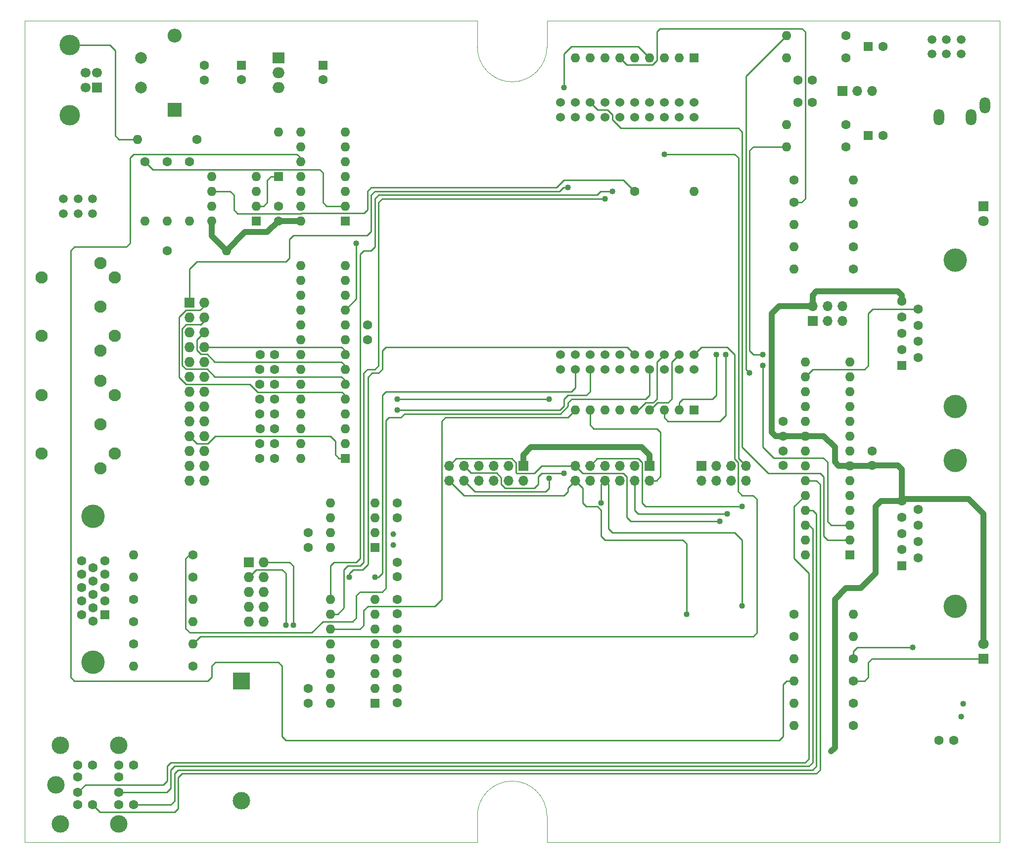
<source format=gbr>
G04 #@! TF.GenerationSoftware,KiCad,Pcbnew,5.0.1-33cea8e~67~ubuntu18.04.1*
G04 #@! TF.CreationDate,2020-01-20T06:57:41+00:00*
G04 #@! TF.ProjectId,neotron-32,6E656F74726F6E2D33322E6B69636164,[v1.2.1]*
G04 #@! TF.SameCoordinates,Original*
G04 #@! TF.FileFunction,Copper,L4,Bot,Signal*
G04 #@! TF.FilePolarity,Positive*
%FSLAX46Y46*%
G04 Gerber Fmt 4.6, Leading zero omitted, Abs format (unit mm)*
G04 Created by KiCad (PCBNEW 5.0.1-33cea8e~67~ubuntu18.04.1) date Mon Jan 20 06:57:41 2020*
%MOMM*%
%LPD*%
G01*
G04 APERTURE LIST*
G04 #@! TA.AperFunction,NonConductor*
%ADD10C,0.050000*%
G04 #@! TD*
G04 #@! TA.AperFunction,ComponentPad*
%ADD11C,2.000000*%
G04 #@! TD*
G04 #@! TA.AperFunction,ComponentPad*
%ADD12C,2.990000*%
G04 #@! TD*
G04 #@! TA.AperFunction,ComponentPad*
%ADD13C,1.600000*%
G04 #@! TD*
G04 #@! TA.AperFunction,ComponentPad*
%ADD14O,1.700000X1.700000*%
G04 #@! TD*
G04 #@! TA.AperFunction,ComponentPad*
%ADD15R,1.700000X1.700000*%
G04 #@! TD*
G04 #@! TA.AperFunction,ComponentPad*
%ADD16O,1.727200X1.727200*%
G04 #@! TD*
G04 #@! TA.AperFunction,ComponentPad*
%ADD17R,1.727200X1.727200*%
G04 #@! TD*
G04 #@! TA.AperFunction,ComponentPad*
%ADD18C,1.524000*%
G04 #@! TD*
G04 #@! TA.AperFunction,ComponentPad*
%ADD19O,1.600000X1.600000*%
G04 #@! TD*
G04 #@! TA.AperFunction,ComponentPad*
%ADD20C,1.500000*%
G04 #@! TD*
G04 #@! TA.AperFunction,ComponentPad*
%ADD21C,1.800000*%
G04 #@! TD*
G04 #@! TA.AperFunction,ComponentPad*
%ADD22R,1.800000X1.800000*%
G04 #@! TD*
G04 #@! TA.AperFunction,ComponentPad*
%ADD23R,3.000000X3.000000*%
G04 #@! TD*
G04 #@! TA.AperFunction,ComponentPad*
%ADD24C,3.000000*%
G04 #@! TD*
G04 #@! TA.AperFunction,ComponentPad*
%ADD25C,2.100000*%
G04 #@! TD*
G04 #@! TA.AperFunction,ComponentPad*
%ADD26C,4.000000*%
G04 #@! TD*
G04 #@! TA.AperFunction,ComponentPad*
%ADD27R,1.600000X1.600000*%
G04 #@! TD*
G04 #@! TA.AperFunction,ComponentPad*
%ADD28C,1.000000*%
G04 #@! TD*
G04 #@! TA.AperFunction,ComponentPad*
%ADD29O,2.000000X1.905000*%
G04 #@! TD*
G04 #@! TA.AperFunction,ComponentPad*
%ADD30R,2.000000X1.905000*%
G04 #@! TD*
G04 #@! TA.AperFunction,ComponentPad*
%ADD31C,3.500001*%
G04 #@! TD*
G04 #@! TA.AperFunction,ComponentPad*
%ADD32C,1.700000*%
G04 #@! TD*
G04 #@! TA.AperFunction,ComponentPad*
%ADD33O,1.800000X2.800000*%
G04 #@! TD*
G04 #@! TA.AperFunction,ComponentPad*
%ADD34O,2.400000X2.400000*%
G04 #@! TD*
G04 #@! TA.AperFunction,ComponentPad*
%ADD35R,2.400000X2.400000*%
G04 #@! TD*
G04 #@! TA.AperFunction,ViaPad*
%ADD36C,1.016000*%
G04 #@! TD*
G04 #@! TA.AperFunction,Conductor*
%ADD37C,1.016000*%
G04 #@! TD*
G04 #@! TA.AperFunction,Conductor*
%ADD38C,0.254000*%
G04 #@! TD*
G04 APERTURE END LIST*
D10*
X160266000Y-158450000D02*
X237766000Y-158450000D01*
X148366000Y-158450000D02*
X148366000Y-158450000D01*
X160266000Y-153920000D02*
X160266000Y-158450000D01*
X148366000Y-153920000D02*
X148366000Y-158450000D01*
X160266000Y-153920000D02*
G75*
G03X148366000Y-153920000I-5950000J0D01*
G01*
X160266000Y-17780000D02*
X237766000Y-17780000D01*
X160266000Y-22310000D02*
X160266000Y-17780000D01*
X148366000Y-22310000D02*
X148366000Y-17780000D01*
X160266000Y-22310000D02*
G75*
G02X148366000Y-22310000I-5950000J0D01*
G01*
X237766000Y-17780000D02*
X237766000Y-158450000D01*
X70866000Y-158450000D02*
X148366000Y-158450000D01*
X70866000Y-17780000D02*
X148366000Y-17780000D01*
X70866000Y-17780000D02*
X70866000Y-158450000D01*
D11*
G04 #@! TO.P,F1,2*
G04 #@! TO.N,/Power/UNFUSED_5V*
X90805000Y-24130000D03*
G04 #@! TO.P,F1,1*
G04 #@! TO.N,+5V*
X90795000Y-29210000D03*
G04 #@! TD*
D12*
G04 #@! TO.P,J15,16*
G04 #@! TO.N,N/C*
X87000000Y-155340000D03*
G04 #@! TO.P,J15,17*
X87000000Y-141840000D03*
D13*
G04 #@! TO.P,J15,11*
G04 #@! TO.N,/Keyboard\002C Mouse and Joystick/MS_CLK*
X89500000Y-151990000D03*
G04 #@! TO.P,J15,9*
G04 #@! TO.N,GND*
X87000000Y-151990000D03*
G04 #@! TO.P,J15,8*
G04 #@! TO.N,N/C*
X87000000Y-147290000D03*
G04 #@! TO.P,J15,12*
X89500000Y-145190000D03*
G04 #@! TO.P,J15,7*
G04 #@! TO.N,/Keyboard\002C Mouse and Joystick/MS_DAT*
X87000000Y-149890000D03*
G04 #@! TO.P,J15,10*
G04 #@! TO.N,+5V*
X87000000Y-145190000D03*
G04 #@! TO.P,J15,3*
G04 #@! TO.N,GND*
X80000000Y-151990000D03*
G04 #@! TO.P,J15,2*
G04 #@! TO.N,N/C*
X80000000Y-147290000D03*
G04 #@! TO.P,J15,4*
G04 #@! TO.N,+5V*
X80000000Y-145190000D03*
G04 #@! TO.P,J15,1*
G04 #@! TO.N,/Keyboard\002C Mouse and Joystick/KB_DAT*
X80000000Y-149890000D03*
D12*
G04 #@! TO.P,J15,15*
G04 #@! TO.N,N/C*
X77000000Y-141840000D03*
G04 #@! TO.P,J15,14*
X76200000Y-148590000D03*
G04 #@! TO.P,J15,13*
X77000000Y-155340000D03*
D13*
G04 #@! TO.P,J15,5*
G04 #@! TO.N,/Keyboard\002C Mouse and Joystick/KB_CLK*
X82500000Y-151990000D03*
G04 #@! TO.P,J15,6*
G04 #@! TO.N,N/C*
X82500000Y-145190000D03*
G04 #@! TD*
D14*
G04 #@! TO.P,J3,8*
G04 #@! TO.N,GND*
X194310000Y-96520000D03*
G04 #@! TO.P,J3,7*
G04 #@! TO.N,/PD6_U2RX*
X194310000Y-93980000D03*
G04 #@! TO.P,J3,6*
G04 #@! TO.N,N/C*
X191770000Y-96520000D03*
G04 #@! TO.P,J3,5*
X191770000Y-93980000D03*
G04 #@! TO.P,J3,4*
X189230000Y-96520000D03*
G04 #@! TO.P,J3,3*
X189230000Y-93980000D03*
G04 #@! TO.P,J3,2*
G04 #@! TO.N,/PD7_U2TX*
X186690000Y-96520000D03*
D15*
G04 #@! TO.P,J3,1*
G04 #@! TO.N,+3V3*
X186690000Y-93980000D03*
G04 #@! TD*
D16*
G04 #@! TO.P,J11,26*
G04 #@! TO.N,GND*
X101600000Y-96520000D03*
G04 #@! TO.P,J11,25*
G04 #@! TO.N,/Parallel Printer/SELECT*
X99060000Y-96520000D03*
G04 #@! TO.P,J11,24*
G04 #@! TO.N,GND*
X101600000Y-93980000D03*
G04 #@! TO.P,J11,23*
G04 #@! TO.N,/Parallel Printer/POUT*
X99060000Y-93980000D03*
G04 #@! TO.P,J11,22*
G04 #@! TO.N,GND*
X101600000Y-91440000D03*
G04 #@! TO.P,J11,21*
G04 #@! TO.N,/Parallel Printer/~BUSY*
X99060000Y-91440000D03*
G04 #@! TO.P,J11,20*
G04 #@! TO.N,GND*
X101600000Y-88900000D03*
G04 #@! TO.P,J11,19*
G04 #@! TO.N,/Parallel Printer/ACK*
X99060000Y-88900000D03*
G04 #@! TO.P,J11,18*
G04 #@! TO.N,GND*
X101600000Y-86360000D03*
G04 #@! TO.P,J11,17*
G04 #@! TO.N,/Parallel Printer/D7*
X99060000Y-86360000D03*
G04 #@! TO.P,J11,16*
G04 #@! TO.N,GND*
X101600000Y-83820000D03*
G04 #@! TO.P,J11,15*
G04 #@! TO.N,/Parallel Printer/D6*
X99060000Y-83820000D03*
G04 #@! TO.P,J11,14*
G04 #@! TO.N,GND*
X101600000Y-81280000D03*
G04 #@! TO.P,J11,13*
G04 #@! TO.N,/Parallel Printer/D5*
X99060000Y-81280000D03*
G04 #@! TO.P,J11,12*
G04 #@! TO.N,GND*
X101600000Y-78740000D03*
G04 #@! TO.P,J11,11*
G04 #@! TO.N,/Parallel Printer/D4*
X99060000Y-78740000D03*
G04 #@! TO.P,J11,10*
G04 #@! TO.N,GND*
X101600000Y-76200000D03*
G04 #@! TO.P,J11,9*
G04 #@! TO.N,/Parallel Printer/D3*
X99060000Y-76200000D03*
G04 #@! TO.P,J11,8*
G04 #@! TO.N,/Parallel Printer/~SELPRI*
X101600000Y-73660000D03*
G04 #@! TO.P,J11,7*
G04 #@! TO.N,/Parallel Printer/D2*
X99060000Y-73660000D03*
G04 #@! TO.P,J11,6*
G04 #@! TO.N,/Parallel Printer/RESET*
X101600000Y-71120000D03*
G04 #@! TO.P,J11,5*
G04 #@! TO.N,/Parallel Printer/D1*
X99060000Y-71120000D03*
G04 #@! TO.P,J11,4*
G04 #@! TO.N,/Parallel Printer/ERROR*
X101600000Y-68580000D03*
G04 #@! TO.P,J11,3*
G04 #@! TO.N,/Parallel Printer/D0*
X99060000Y-68580000D03*
G04 #@! TO.P,J11,2*
G04 #@! TO.N,/Parallel Printer/~LF*
X101600000Y-66040000D03*
D17*
G04 #@! TO.P,J11,1*
G04 #@! TO.N,/~PB2_STROBE*
X99060000Y-66040000D03*
G04 #@! TD*
D18*
G04 #@! TO.P,U1,2.10*
G04 #@! TO.N,/PA2_SPI_CLK*
X185420000Y-31750000D03*
G04 #@! TO.P,U1,2.9*
G04 #@! TO.N,/~PA3_SPI_CS0*
X182880000Y-31750000D03*
G04 #@! TO.P,U1,2.8*
G04 #@! TO.N,/PA4_SPI_MISO*
X180340000Y-31750000D03*
G04 #@! TO.P,U1,2.7*
G04 #@! TO.N,/~PB6_SPI_CS2*
X177800000Y-31750000D03*
G04 #@! TO.P,U1,2.6*
G04 #@! TO.N,/PB7_VGA_GREEN*
X175260000Y-31750000D03*
G04 #@! TO.P,U1,2.5*
G04 #@! TO.N,/~RESET*
X172720000Y-31750000D03*
G04 #@! TO.P,U1,2.4*
G04 #@! TO.N,/~PF0_IRQ1*
X170180000Y-31750000D03*
G04 #@! TO.P,U1,2.3*
G04 #@! TO.N,/PE0_U7RX*
X167640000Y-31750000D03*
G04 #@! TO.P,U1,2.2*
G04 #@! TO.N,/~PB2_STROBE*
X165100000Y-31750000D03*
G04 #@! TO.P,U1,2.1*
G04 #@! TO.N,GND*
X162560000Y-31750000D03*
G04 #@! TO.P,U1,4.10*
G04 #@! TO.N,N/C*
X185420000Y-34290000D03*
G04 #@! TO.P,U1,4.9*
G04 #@! TO.N,/PD7_U2TX*
X182880000Y-34290000D03*
G04 #@! TO.P,U1,4.8*
G04 #@! TO.N,/PD6_U2RX*
X180340000Y-34290000D03*
G04 #@! TO.P,U1,4.7*
G04 #@! TO.N,/PC7_MIDI_OUT*
X177800000Y-34290000D03*
G04 #@! TO.P,U1,4.6*
G04 #@! TO.N,/PC6_MIDI_IN*
X175260000Y-34290000D03*
G04 #@! TO.P,U1,4.5*
G04 #@! TO.N,/PC5_U1CTS*
X172720000Y-34290000D03*
G04 #@! TO.P,U1,4.4*
G04 #@! TO.N,/PC4_U1RTS*
X170180000Y-34290000D03*
G04 #@! TO.P,U1,4.3*
G04 #@! TO.N,/~PB3_SPI_CS1*
X167640000Y-34290000D03*
G04 #@! TO.P,U1,4.2*
G04 #@! TO.N,N/C*
X165100000Y-34290000D03*
G04 #@! TO.P,U1,4.1*
X162560000Y-34290000D03*
G04 #@! TO.P,U1,3.1*
G04 #@! TO.N,+5V*
X162560000Y-74930000D03*
G04 #@! TO.P,U1,3.4*
G04 #@! TO.N,N/C*
X170180000Y-74930000D03*
G04 #@! TO.P,U1,3.6*
G04 #@! TO.N,/PD3_VGA_BLUE*
X175260000Y-74930000D03*
G04 #@! TO.P,U1,3.8*
G04 #@! TO.N,/~PE2_SPI_CS3*
X180340000Y-74930000D03*
G04 #@! TO.P,U1,3.9*
G04 #@! TO.N,/~PE3_IRQ2*
X182880000Y-74930000D03*
G04 #@! TO.P,U1,3.10*
G04 #@! TO.N,/PF1_VGA_RED*
X185420000Y-74930000D03*
G04 #@! TO.P,U1,3.7*
G04 #@! TO.N,/PE1_U7TX*
X177800000Y-74930000D03*
G04 #@! TO.P,U1,3.5*
G04 #@! TO.N,/~PD2_IRQ3*
X172720000Y-74930000D03*
G04 #@! TO.P,U1,3.2*
G04 #@! TO.N,GND*
X165100000Y-74930000D03*
G04 #@! TO.P,U1,3.3*
G04 #@! TO.N,N/C*
X167640000Y-74930000D03*
G04 #@! TO.P,U1,1.10*
G04 #@! TO.N,/PA7_I2C_SDA*
X185420000Y-77470000D03*
G04 #@! TO.P,U1,1.9*
G04 #@! TO.N,/PA6_I2C_SCL*
X182880000Y-77470000D03*
G04 #@! TO.P,U1,1.8*
G04 #@! TO.N,/PA5_SPI_MOSI*
X180340000Y-77470000D03*
G04 #@! TO.P,U1,1.7*
G04 #@! TO.N,/PB4_VGA_HSYNC*
X177800000Y-77470000D03*
G04 #@! TO.P,U1,1.6*
G04 #@! TO.N,/PE5_AUDIO_R*
X175260000Y-77470000D03*
G04 #@! TO.P,U1,1.5*
G04 #@! TO.N,/PE4_AUDIO_L*
X172720000Y-77470000D03*
G04 #@! TO.P,U1,1.4*
G04 #@! TO.N,/PB1_U1TX*
X170180000Y-77470000D03*
G04 #@! TO.P,U1,1.3*
G04 #@! TO.N,/PB0_U1RX*
X167640000Y-77470000D03*
G04 #@! TO.P,U1,1.2*
G04 #@! TO.N,/PB5_VGA_VSYNC*
X165100000Y-77470000D03*
G04 #@! TO.P,U1,1.1*
G04 #@! TO.N,N/C*
X162560000Y-77470000D03*
G04 #@! TD*
D19*
G04 #@! TO.P,R2,2*
G04 #@! TO.N,+3V3*
X212725000Y-119380000D03*
D13*
G04 #@! TO.P,R2,1*
G04 #@! TO.N,/PA7_I2C_SDA*
X202565000Y-119380000D03*
G04 #@! TD*
D20*
G04 #@! TO.P,SW2,1*
G04 #@! TO.N,N/C*
X231140000Y-20995000D03*
G04 #@! TO.P,SW2,2*
G04 #@! TO.N,GND*
X228640000Y-20995000D03*
G04 #@! TO.P,SW2,3*
G04 #@! TO.N,Net-(R28-Pad2)*
X226140000Y-20995000D03*
G04 #@! TO.P,SW2,4*
G04 #@! TO.N,Net-(R4-Pad2)*
X231140000Y-23495000D03*
G04 #@! TO.P,SW2,5*
G04 #@! TO.N,GND*
X228640000Y-23495000D03*
G04 #@! TO.P,SW2,6*
G04 #@! TO.N,N/C*
X226140000Y-23495000D03*
G04 #@! TD*
D19*
G04 #@! TO.P,R4,2*
G04 #@! TO.N,Net-(R4-Pad2)*
X212725000Y-45085000D03*
D13*
G04 #@! TO.P,R4,1*
G04 #@! TO.N,Net-(D4-Pad1)*
X202565000Y-45085000D03*
G04 #@! TD*
D21*
G04 #@! TO.P,D4,2*
G04 #@! TO.N,+5V*
X234950000Y-52070000D03*
D22*
G04 #@! TO.P,D4,1*
G04 #@! TO.N,Net-(D4-Pad1)*
X234950000Y-49530000D03*
G04 #@! TD*
D20*
G04 #@! TO.P,SW1,1*
G04 #@! TO.N,N/C*
X77510000Y-50800000D03*
G04 #@! TO.P,SW1,2*
G04 #@! TO.N,/Power/VUSB*
X80010000Y-50800000D03*
G04 #@! TO.P,SW1,3*
G04 #@! TO.N,/Power/UNFUSED_5V*
X82510000Y-50800000D03*
G04 #@! TO.P,SW1,4*
G04 #@! TO.N,N/C*
X77510000Y-48300000D03*
G04 #@! TO.P,SW1,5*
G04 #@! TO.N,/Power/VUSB*
X80010000Y-48300000D03*
G04 #@! TO.P,SW1,6*
G04 #@! TO.N,/Power/UNFUSED_5V*
X82510000Y-48300000D03*
G04 #@! TD*
D23*
G04 #@! TO.P,BT1,1*
G04 #@! TO.N,+BATT*
X107950000Y-130810000D03*
D24*
G04 #@! TO.P,BT1,2*
G04 #@! TO.N,GND*
X107950000Y-151300000D03*
G04 #@! TD*
D16*
G04 #@! TO.P,J18,10*
G04 #@! TO.N,N/C*
X111760000Y-120650000D03*
G04 #@! TO.P,J18,9*
X109220000Y-120650000D03*
G04 #@! TO.P,J18,8*
G04 #@! TO.N,/RS-232 Serial Port/RS232_CTS_IN*
X111760000Y-118110000D03*
G04 #@! TO.P,J18,7*
G04 #@! TO.N,/RS-232 Serial Port/RS232_RTS_OUT*
X109220000Y-118110000D03*
G04 #@! TO.P,J18,6*
G04 #@! TO.N,N/C*
X111760000Y-115570000D03*
G04 #@! TO.P,J18,5*
G04 #@! TO.N,GND*
X109220000Y-115570000D03*
G04 #@! TO.P,J18,4*
G04 #@! TO.N,N/C*
X111760000Y-113030000D03*
G04 #@! TO.P,J18,3*
G04 #@! TO.N,/RS-232 Serial Port/RS232_TX_OUT*
X109220000Y-113030000D03*
G04 #@! TO.P,J18,2*
G04 #@! TO.N,/RS-232 Serial Port/RS232_RX_IN*
X111760000Y-110490000D03*
D17*
G04 #@! TO.P,J18,1*
G04 #@! TO.N,N/C*
X109220000Y-110490000D03*
G04 #@! TD*
D25*
G04 #@! TO.P,J5,6*
G04 #@! TO.N,N/C*
X73820000Y-81915000D03*
G04 #@! TO.P,J5,7*
X73820000Y-91915000D03*
G04 #@! TO.P,J5,4*
G04 #@! TO.N,Net-(J5-Pad4)*
X86320000Y-91915000D03*
G04 #@! TO.P,J5,5*
G04 #@! TO.N,Net-(D1-Pad2)*
X86320000Y-81915000D03*
G04 #@! TO.P,J5,2*
G04 #@! TO.N,N/C*
X83820000Y-86915000D03*
G04 #@! TO.P,J5,3*
X83820000Y-79415000D03*
G04 #@! TO.P,J5,1*
X83820000Y-94415000D03*
G04 #@! TD*
G04 #@! TO.P,J4,6*
G04 #@! TO.N,N/C*
X73820000Y-61755000D03*
G04 #@! TO.P,J4,7*
X73820000Y-71755000D03*
G04 #@! TO.P,J4,4*
G04 #@! TO.N,Net-(J4-Pad4)*
X86320000Y-71755000D03*
G04 #@! TO.P,J4,5*
G04 #@! TO.N,Net-(J4-Pad5)*
X86320000Y-61755000D03*
G04 #@! TO.P,J4,2*
G04 #@! TO.N,GND*
X83820000Y-66755000D03*
G04 #@! TO.P,J4,3*
G04 #@! TO.N,N/C*
X83820000Y-59255000D03*
G04 #@! TO.P,J4,1*
X83820000Y-74255000D03*
G04 #@! TD*
D26*
G04 #@! TO.P,J17,0*
G04 #@! TO.N,Net-(J17-Pad0)*
X82550000Y-127635000D03*
X82550000Y-102635000D03*
D13*
G04 #@! TO.P,J17,15*
G04 #@! TO.N,N/C*
X80640000Y-110290000D03*
G04 #@! TO.P,J17,14*
G04 #@! TO.N,Net-(J17-Pad14)*
X80640000Y-112580000D03*
G04 #@! TO.P,J17,13*
G04 #@! TO.N,Net-(J17-Pad13)*
X80640000Y-114870000D03*
G04 #@! TO.P,J17,12*
G04 #@! TO.N,N/C*
X80640000Y-117160000D03*
G04 #@! TO.P,J17,11*
X80640000Y-119450000D03*
G04 #@! TO.P,J17,10*
X82620000Y-111435000D03*
G04 #@! TO.P,J17,9*
X82620000Y-113725000D03*
G04 #@! TO.P,J17,8*
G04 #@! TO.N,GND*
X82620000Y-116015000D03*
G04 #@! TO.P,J17,7*
X82620000Y-118305000D03*
G04 #@! TO.P,J17,6*
X82620000Y-120595000D03*
G04 #@! TO.P,J17,5*
X84600000Y-110290000D03*
G04 #@! TO.P,J17,4*
G04 #@! TO.N,N/C*
X84600000Y-112580000D03*
G04 #@! TO.P,J17,3*
G04 #@! TO.N,Net-(J17-Pad3)*
X84600000Y-114870000D03*
G04 #@! TO.P,J17,2*
G04 #@! TO.N,Net-(J17-Pad2)*
X84600000Y-117160000D03*
D27*
G04 #@! TO.P,J17,1*
G04 #@! TO.N,Net-(J17-Pad1)*
X84600000Y-119450000D03*
G04 #@! TD*
D26*
G04 #@! TO.P,J13,0*
G04 #@! TO.N,N/C*
X230180000Y-58820000D03*
X230180000Y-83820000D03*
D13*
G04 #@! TO.P,J13,9*
G04 #@! TO.N,/Keyboard\002C Mouse and Joystick/START_C_JS2*
X223820000Y-67165000D03*
G04 #@! TO.P,J13,8*
G04 #@! TO.N,GND*
X223820000Y-69935000D03*
G04 #@! TO.P,J13,7*
G04 #@! TO.N,/Keyboard\002C Mouse and Joystick/SELECT_JS2*
X223820000Y-72705000D03*
G04 #@! TO.P,J13,6*
G04 #@! TO.N,/Keyboard\002C Mouse and Joystick/A_B_JS2*
X223820000Y-75475000D03*
G04 #@! TO.P,J13,5*
G04 #@! TO.N,+5V*
X220980000Y-65780000D03*
G04 #@! TO.P,J13,4*
G04 #@! TO.N,/Keyboard\002C Mouse and Joystick/RIGHT_GND_JS2*
X220980000Y-68550000D03*
G04 #@! TO.P,J13,3*
G04 #@! TO.N,/Keyboard\002C Mouse and Joystick/LEFT_GND_JS2*
X220980000Y-71320000D03*
G04 #@! TO.P,J13,2*
G04 #@! TO.N,/Keyboard\002C Mouse and Joystick/DOWN_JS2*
X220980000Y-74090000D03*
D27*
G04 #@! TO.P,J13,1*
G04 #@! TO.N,/Keyboard\002C Mouse and Joystick/UP_JS2*
X220980000Y-76860000D03*
G04 #@! TD*
G04 #@! TO.P,J14,1*
G04 #@! TO.N,/Keyboard\002C Mouse and Joystick/UP_JS1*
X220980000Y-111125000D03*
D13*
G04 #@! TO.P,J14,2*
G04 #@! TO.N,/Keyboard\002C Mouse and Joystick/DOWN_JS1*
X220980000Y-108355000D03*
G04 #@! TO.P,J14,3*
G04 #@! TO.N,/Keyboard\002C Mouse and Joystick/LEFT_GND_JS1*
X220980000Y-105585000D03*
G04 #@! TO.P,J14,4*
G04 #@! TO.N,/Keyboard\002C Mouse and Joystick/RIGHT_GND_JS1*
X220980000Y-102815000D03*
G04 #@! TO.P,J14,5*
G04 #@! TO.N,+5V*
X220980000Y-100045000D03*
G04 #@! TO.P,J14,6*
G04 #@! TO.N,/Keyboard\002C Mouse and Joystick/A_B_JS1*
X223820000Y-109740000D03*
G04 #@! TO.P,J14,7*
G04 #@! TO.N,/Keyboard\002C Mouse and Joystick/SELECT_JS1*
X223820000Y-106970000D03*
G04 #@! TO.P,J14,8*
G04 #@! TO.N,GND*
X223820000Y-104200000D03*
G04 #@! TO.P,J14,9*
G04 #@! TO.N,/Keyboard\002C Mouse and Joystick/START_C_JS1*
X223820000Y-101430000D03*
D26*
G04 #@! TO.P,J14,0*
G04 #@! TO.N,N/C*
X230180000Y-118085000D03*
X230180000Y-93085000D03*
G04 #@! TD*
D19*
G04 #@! TO.P,U5,28*
G04 #@! TO.N,/Parallel Printer/D7*
X118110000Y-92710000D03*
G04 #@! TO.P,U5,14*
G04 #@! TO.N,/PA4_SPI_MISO*
X125730000Y-59690000D03*
G04 #@! TO.P,U5,27*
G04 #@! TO.N,/Parallel Printer/D6*
X118110000Y-90170000D03*
G04 #@! TO.P,U5,13*
G04 #@! TO.N,/PA5_SPI_MOSI*
X125730000Y-62230000D03*
G04 #@! TO.P,U5,26*
G04 #@! TO.N,/Parallel Printer/D5*
X118110000Y-87630000D03*
G04 #@! TO.P,U5,12*
G04 #@! TO.N,/PA2_SPI_CLK*
X125730000Y-64770000D03*
G04 #@! TO.P,U5,25*
G04 #@! TO.N,/Parallel Printer/D4*
X118110000Y-85090000D03*
G04 #@! TO.P,U5,11*
G04 #@! TO.N,/~PB3_SPI_CS1*
X125730000Y-67310000D03*
G04 #@! TO.P,U5,24*
G04 #@! TO.N,/Parallel Printer/D3*
X118110000Y-82550000D03*
G04 #@! TO.P,U5,10*
G04 #@! TO.N,GND*
X125730000Y-69850000D03*
G04 #@! TO.P,U5,23*
G04 #@! TO.N,/Parallel Printer/D2*
X118110000Y-80010000D03*
G04 #@! TO.P,U5,9*
G04 #@! TO.N,+3V3*
X125730000Y-72390000D03*
G04 #@! TO.P,U5,22*
G04 #@! TO.N,/Parallel Printer/D1*
X118110000Y-77470000D03*
G04 #@! TO.P,U5,8*
G04 #@! TO.N,/Parallel Printer/~SELPRI*
X125730000Y-74930000D03*
G04 #@! TO.P,U5,21*
G04 #@! TO.N,/Parallel Printer/D0*
X118110000Y-74930000D03*
G04 #@! TO.P,U5,7*
G04 #@! TO.N,/Parallel Printer/RESET*
X125730000Y-77470000D03*
G04 #@! TO.P,U5,20*
G04 #@! TO.N,/~PF0_IRQ1*
X118110000Y-72390000D03*
G04 #@! TO.P,U5,6*
G04 #@! TO.N,/Parallel Printer/ERROR*
X125730000Y-80010000D03*
G04 #@! TO.P,U5,19*
G04 #@! TO.N,N/C*
X118110000Y-69850000D03*
G04 #@! TO.P,U5,5*
G04 #@! TO.N,/Parallel Printer/~LF*
X125730000Y-82550000D03*
G04 #@! TO.P,U5,18*
G04 #@! TO.N,/~RESET*
X118110000Y-67310000D03*
G04 #@! TO.P,U5,4*
G04 #@! TO.N,/Parallel Printer/SELECT*
X125730000Y-85090000D03*
G04 #@! TO.P,U5,17*
G04 #@! TO.N,GND*
X118110000Y-64770000D03*
G04 #@! TO.P,U5,3*
G04 #@! TO.N,/Parallel Printer/POUT*
X125730000Y-87630000D03*
G04 #@! TO.P,U5,16*
G04 #@! TO.N,GND*
X118110000Y-62230000D03*
G04 #@! TO.P,U5,2*
G04 #@! TO.N,/Parallel Printer/~BUSY*
X125730000Y-90170000D03*
G04 #@! TO.P,U5,15*
G04 #@! TO.N,GND*
X118110000Y-59690000D03*
D27*
G04 #@! TO.P,U5,1*
G04 #@! TO.N,/Parallel Printer/ACK*
X125730000Y-92710000D03*
G04 #@! TD*
D14*
G04 #@! TO.P,J1,12*
G04 #@! TO.N,/PA6_I2C_SCL*
X143510000Y-96520000D03*
G04 #@! TO.P,J1,11*
G04 #@! TO.N,/PA7_I2C_SDA*
X143510000Y-93980000D03*
G04 #@! TO.P,J1,10*
G04 #@! TO.N,/~PB6_SPI_CS2*
X146050000Y-96520000D03*
G04 #@! TO.P,J1,9*
G04 #@! TO.N,/~RESET*
X146050000Y-93980000D03*
G04 #@! TO.P,J1,8*
G04 #@! TO.N,/PA2_SPI_CLK*
X148590000Y-96520000D03*
G04 #@! TO.P,J1,7*
G04 #@! TO.N,GND*
X148590000Y-93980000D03*
G04 #@! TO.P,J1,6*
G04 #@! TO.N,/PA4_SPI_MISO*
X151130000Y-96520000D03*
G04 #@! TO.P,J1,5*
G04 #@! TO.N,GND*
X151130000Y-93980000D03*
G04 #@! TO.P,J1,4*
G04 #@! TO.N,/PA5_SPI_MOSI*
X153670000Y-96520000D03*
G04 #@! TO.P,J1,3*
G04 #@! TO.N,+3V3*
X153670000Y-93980000D03*
G04 #@! TO.P,J1,2*
G04 #@! TO.N,/~PE3_IRQ2*
X156210000Y-96520000D03*
D15*
G04 #@! TO.P,J1,1*
G04 #@! TO.N,+5V*
X156210000Y-93980000D03*
G04 #@! TD*
D19*
G04 #@! TO.P,R6,2*
G04 #@! TO.N,Net-(J4-Pad5)*
X91440000Y-52070000D03*
D13*
G04 #@! TO.P,R6,1*
G04 #@! TO.N,Net-(R6-Pad1)*
X91440000Y-41910000D03*
G04 #@! TD*
D19*
G04 #@! TO.P,R16,2*
G04 #@! TO.N,+3V3*
X202565000Y-134620000D03*
D13*
G04 #@! TO.P,R16,1*
G04 #@! TO.N,Net-(J10-Pad8)*
X212725000Y-134620000D03*
G04 #@! TD*
D19*
G04 #@! TO.P,U6,28*
G04 #@! TO.N,/Keyboard\002C Mouse and Joystick/SELECT_JS1*
X204470000Y-109220000D03*
G04 #@! TO.P,U6,14*
G04 #@! TO.N,N/C*
X212090000Y-76200000D03*
G04 #@! TO.P,U6,27*
G04 #@! TO.N,/Keyboard\002C Mouse and Joystick/SELECT_JS2*
X204470000Y-106680000D03*
G04 #@! TO.P,U6,13*
G04 #@! TO.N,/Keyboard\002C Mouse and Joystick/UP_JS1*
X212090000Y-78740000D03*
G04 #@! TO.P,U6,26*
G04 #@! TO.N,/Keyboard\002C Mouse and Joystick/MS_DAT*
X204470000Y-104140000D03*
G04 #@! TO.P,U6,12*
G04 #@! TO.N,/Keyboard\002C Mouse and Joystick/A_B_JS1*
X212090000Y-81280000D03*
G04 #@! TO.P,U6,25*
G04 #@! TO.N,/Keyboard\002C Mouse and Joystick/MS_CLK*
X204470000Y-101600000D03*
G04 #@! TO.P,U6,11*
G04 #@! TO.N,/Keyboard\002C Mouse and Joystick/DOWN_JS1*
X212090000Y-83820000D03*
G04 #@! TO.P,U6,24*
G04 #@! TO.N,/Keyboard\002C Mouse and Joystick/KB_DAT*
X204470000Y-99060000D03*
G04 #@! TO.P,U6,10*
G04 #@! TO.N,/Keyboard\002C Mouse and Joystick/UP_JS2*
X212090000Y-86360000D03*
G04 #@! TO.P,U6,23*
G04 #@! TO.N,/Keyboard\002C Mouse and Joystick/KB_CLK*
X204470000Y-96520000D03*
G04 #@! TO.P,U6,9*
G04 #@! TO.N,/Keyboard\002C Mouse and Joystick/A_B_JS2*
X212090000Y-88900000D03*
G04 #@! TO.P,U6,22*
G04 #@! TO.N,GND*
X204470000Y-93980000D03*
G04 #@! TO.P,U6,8*
X212090000Y-91440000D03*
G04 #@! TO.P,U6,21*
G04 #@! TO.N,Net-(C20-Pad2)*
X204470000Y-91440000D03*
G04 #@! TO.P,U6,7*
G04 #@! TO.N,+5V*
X212090000Y-93980000D03*
G04 #@! TO.P,U6,20*
X204470000Y-88900000D03*
G04 #@! TO.P,U6,6*
G04 #@! TO.N,/Keyboard\002C Mouse and Joystick/LEFT_GND_JS1*
X212090000Y-96520000D03*
G04 #@! TO.P,U6,19*
G04 #@! TO.N,/Keyboard\002C Mouse and Joystick/AT_MOSI*
X204470000Y-86360000D03*
G04 #@! TO.P,U6,5*
G04 #@! TO.N,/Keyboard\002C Mouse and Joystick/RIGHT_GND_JS1*
X212090000Y-99060000D03*
G04 #@! TO.P,U6,18*
G04 #@! TO.N,/Keyboard\002C Mouse and Joystick/AT_MISO*
X204470000Y-83820000D03*
G04 #@! TO.P,U6,4*
G04 #@! TO.N,/Keyboard\002C Mouse and Joystick/START_C_JS1*
X212090000Y-101600000D03*
G04 #@! TO.P,U6,17*
G04 #@! TO.N,/Keyboard\002C Mouse and Joystick/AT_SCK*
X204470000Y-81280000D03*
G04 #@! TO.P,U6,3*
G04 #@! TO.N,/PE1_U7TX*
X212090000Y-104140000D03*
G04 #@! TO.P,U6,16*
G04 #@! TO.N,/Keyboard\002C Mouse and Joystick/START_C_JS2*
X204470000Y-78740000D03*
G04 #@! TO.P,U6,2*
G04 #@! TO.N,/PE0_U7RX*
X212090000Y-106680000D03*
G04 #@! TO.P,U6,15*
G04 #@! TO.N,N/C*
X204470000Y-76200000D03*
D27*
G04 #@! TO.P,U6,1*
G04 #@! TO.N,/~RESET*
X212090000Y-109220000D03*
G04 #@! TD*
D19*
G04 #@! TO.P,R28,2*
G04 #@! TO.N,Net-(R28-Pad2)*
X212725000Y-48895000D03*
D13*
G04 #@! TO.P,R28,1*
G04 #@! TO.N,/~RESET*
X202565000Y-48895000D03*
G04 #@! TD*
D19*
G04 #@! TO.P,R27,2*
G04 #@! TO.N,Net-(J17-Pad14)*
X89535000Y-113030000D03*
D13*
G04 #@! TO.P,R27,1*
G04 #@! TO.N,/PB5_VGA_VSYNC*
X99695000Y-113030000D03*
G04 #@! TD*
D19*
G04 #@! TO.P,R26,2*
G04 #@! TO.N,Net-(J17-Pad13)*
X89535000Y-109220000D03*
D13*
G04 #@! TO.P,R26,1*
G04 #@! TO.N,/PB4_VGA_HSYNC*
X99695000Y-109220000D03*
G04 #@! TD*
D19*
G04 #@! TO.P,R25,2*
G04 #@! TO.N,Net-(J17-Pad0)*
X89535000Y-128270000D03*
D13*
G04 #@! TO.P,R25,1*
G04 #@! TO.N,GND*
X99695000Y-128270000D03*
G04 #@! TD*
D19*
G04 #@! TO.P,R24,2*
G04 #@! TO.N,/PD3_VGA_BLUE*
X99695000Y-116840000D03*
D13*
G04 #@! TO.P,R24,1*
G04 #@! TO.N,Net-(J17-Pad3)*
X89535000Y-116840000D03*
G04 #@! TD*
D19*
G04 #@! TO.P,R23,2*
G04 #@! TO.N,/PB7_VGA_GREEN*
X99695000Y-120650000D03*
D13*
G04 #@! TO.P,R23,1*
G04 #@! TO.N,Net-(J17-Pad2)*
X89535000Y-120650000D03*
G04 #@! TD*
D19*
G04 #@! TO.P,R22,2*
G04 #@! TO.N,/PF1_VGA_RED*
X99695000Y-124460000D03*
D13*
G04 #@! TO.P,R22,1*
G04 #@! TO.N,Net-(J17-Pad1)*
X89535000Y-124460000D03*
G04 #@! TD*
D19*
G04 #@! TO.P,R21,2*
G04 #@! TO.N,/Keyboard\002C Mouse and Joystick/AT_MOSI*
X202565000Y-60325000D03*
D13*
G04 #@! TO.P,R21,1*
G04 #@! TO.N,/Keyboard\002C Mouse and Joystick/DOWN_JS2*
X212725000Y-60325000D03*
G04 #@! TD*
D19*
G04 #@! TO.P,R20,2*
G04 #@! TO.N,/Keyboard\002C Mouse and Joystick/AT_MISO*
X202565000Y-52705000D03*
D13*
G04 #@! TO.P,R20,1*
G04 #@! TO.N,/Keyboard\002C Mouse and Joystick/LEFT_GND_JS2*
X212725000Y-52705000D03*
G04 #@! TD*
D19*
G04 #@! TO.P,R19,2*
G04 #@! TO.N,/Keyboard\002C Mouse and Joystick/AT_SCK*
X202565000Y-56515000D03*
D13*
G04 #@! TO.P,R19,1*
G04 #@! TO.N,/Keyboard\002C Mouse and Joystick/RIGHT_GND_JS2*
X212725000Y-56515000D03*
G04 #@! TD*
D19*
G04 #@! TO.P,R18,2*
G04 #@! TO.N,GND*
X202565000Y-138430000D03*
D13*
G04 #@! TO.P,R18,1*
G04 #@! TO.N,Net-(J10-Pad9)*
X212725000Y-138430000D03*
G04 #@! TD*
D19*
G04 #@! TO.P,R17,2*
G04 #@! TO.N,Net-(R17-Pad2)*
X202565000Y-130810000D03*
D13*
G04 #@! TO.P,R17,1*
G04 #@! TO.N,Net-(D3-Pad1)*
X212725000Y-130810000D03*
G04 #@! TD*
D19*
G04 #@! TO.P,R15,2*
G04 #@! TO.N,+3V3*
X202565000Y-127000000D03*
D13*
G04 #@! TO.P,R15,1*
G04 #@! TO.N,Net-(J10-Pad1)*
X212725000Y-127000000D03*
G04 #@! TD*
D19*
G04 #@! TO.P,R14,2*
G04 #@! TO.N,Net-(J9-Pad5)*
X90170000Y-38100000D03*
D13*
G04 #@! TO.P,R14,1*
G04 #@! TO.N,GND*
X100330000Y-38100000D03*
G04 #@! TD*
D19*
G04 #@! TO.P,R13,2*
G04 #@! TO.N,GND*
X201295000Y-35560000D03*
D13*
G04 #@! TO.P,R13,1*
G04 #@! TO.N,Net-(C3-Pad2)*
X211455000Y-35560000D03*
G04 #@! TD*
D19*
G04 #@! TO.P,R12,2*
G04 #@! TO.N,GND*
X201295000Y-24130000D03*
D13*
G04 #@! TO.P,R12,1*
G04 #@! TO.N,Net-(C2-Pad2)*
X211455000Y-24130000D03*
G04 #@! TD*
D19*
G04 #@! TO.P,R11,2*
G04 #@! TO.N,/PE4_AUDIO_L*
X201295000Y-39370000D03*
D13*
G04 #@! TO.P,R11,1*
G04 #@! TO.N,Net-(C3-Pad2)*
X211455000Y-39370000D03*
G04 #@! TD*
D19*
G04 #@! TO.P,R10,2*
G04 #@! TO.N,/PE5_AUDIO_R*
X201295000Y-20320000D03*
D13*
G04 #@! TO.P,R10,1*
G04 #@! TO.N,Net-(C2-Pad2)*
X211455000Y-20320000D03*
G04 #@! TD*
D19*
G04 #@! TO.P,R9,2*
G04 #@! TO.N,+3V3*
X185420000Y-46990000D03*
D13*
G04 #@! TO.P,R9,1*
G04 #@! TO.N,/PC6_MIDI_IN*
X175260000Y-46990000D03*
G04 #@! TD*
D19*
G04 #@! TO.P,R8,2*
G04 #@! TO.N,Net-(R8-Pad2)*
X99060000Y-52070000D03*
D13*
G04 #@! TO.P,R8,1*
G04 #@! TO.N,GND*
X99060000Y-41910000D03*
G04 #@! TD*
D19*
G04 #@! TO.P,R5,2*
G04 #@! TO.N,Net-(J5-Pad4)*
X95250000Y-52070000D03*
D13*
G04 #@! TO.P,R5,1*
G04 #@! TO.N,Net-(D1-Pad1)*
X95250000Y-41910000D03*
G04 #@! TD*
D19*
G04 #@! TO.P,R3,2*
G04 #@! TO.N,+5V*
X105410000Y-57150000D03*
D13*
G04 #@! TO.P,R3,1*
G04 #@! TO.N,Net-(J4-Pad4)*
X95250000Y-57150000D03*
G04 #@! TD*
D19*
G04 #@! TO.P,R1,2*
G04 #@! TO.N,+3V3*
X212725000Y-123190000D03*
D13*
G04 #@! TO.P,R1,1*
G04 #@! TO.N,/PA6_I2C_SCL*
X202565000Y-123190000D03*
G04 #@! TD*
G04 #@! TO.P,C8,2*
G04 #@! TO.N,GND*
X121920000Y-27900000D03*
D27*
G04 #@! TO.P,C8,1*
G04 #@! TO.N,+3V3*
X121920000Y-25400000D03*
G04 #@! TD*
D13*
G04 #@! TO.P,C6,2*
G04 #@! TO.N,GND*
X107950000Y-27900000D03*
D27*
G04 #@! TO.P,C6,1*
G04 #@! TO.N,+5V*
X107950000Y-25400000D03*
G04 #@! TD*
D13*
G04 #@! TO.P,C5,2*
G04 #@! TO.N,/Audio/LEFT_CHAN*
X217765000Y-37465000D03*
D27*
G04 #@! TO.P,C5,1*
G04 #@! TO.N,Net-(C3-Pad2)*
X215265000Y-37465000D03*
G04 #@! TD*
D13*
G04 #@! TO.P,C4,2*
G04 #@! TO.N,/Audio/RIGHT_CHAN*
X217765000Y-22225000D03*
D27*
G04 #@! TO.P,C4,1*
G04 #@! TO.N,Net-(C2-Pad2)*
X215265000Y-22225000D03*
G04 #@! TD*
D19*
G04 #@! TO.P,U3,8*
G04 #@! TO.N,+5V*
X102870000Y-52070000D03*
G04 #@! TO.P,U3,4*
G04 #@! TO.N,N/C*
X110490000Y-44450000D03*
G04 #@! TO.P,U3,7*
G04 #@! TO.N,Net-(R8-Pad2)*
X102870000Y-49530000D03*
G04 #@! TO.P,U3,3*
G04 #@! TO.N,Net-(D1-Pad2)*
X110490000Y-46990000D03*
G04 #@! TO.P,U3,6*
G04 #@! TO.N,/PC6_MIDI_IN*
X102870000Y-46990000D03*
G04 #@! TO.P,U3,2*
G04 #@! TO.N,Net-(D1-Pad1)*
X110490000Y-49530000D03*
G04 #@! TO.P,U3,5*
G04 #@! TO.N,GND*
X102870000Y-44450000D03*
D27*
G04 #@! TO.P,U3,1*
G04 #@! TO.N,N/C*
X110490000Y-52070000D03*
G04 #@! TD*
D28*
G04 #@! TO.P,Y1,2*
G04 #@! TO.N,Net-(C22-Pad1)*
X133985000Y-105664000D03*
G04 #@! TO.P,Y1,1*
G04 #@! TO.N,Net-(C21-Pad2)*
X133985000Y-107564000D03*
G04 #@! TD*
D19*
G04 #@! TO.P,U8,16*
G04 #@! TO.N,+3V3*
X123190000Y-134620000D03*
G04 #@! TO.P,U8,8*
G04 #@! TO.N,/RS-232 Serial Port/RS232_CTS_IN*
X130810000Y-116840000D03*
G04 #@! TO.P,U8,15*
G04 #@! TO.N,GND*
X123190000Y-132080000D03*
G04 #@! TO.P,U8,7*
G04 #@! TO.N,/RS-232 Serial Port/RS232_RTS_OUT*
X130810000Y-119380000D03*
G04 #@! TO.P,U8,14*
G04 #@! TO.N,/RS-232 Serial Port/RS232_TX_OUT*
X123190000Y-129540000D03*
G04 #@! TO.P,U8,6*
G04 #@! TO.N,Net-(C27-Pad2)*
X130810000Y-121920000D03*
G04 #@! TO.P,U8,13*
G04 #@! TO.N,/RS-232 Serial Port/RS232_RX_IN*
X123190000Y-127000000D03*
G04 #@! TO.P,U8,5*
G04 #@! TO.N,Net-(C26-Pad2)*
X130810000Y-124460000D03*
G04 #@! TO.P,U8,12*
G04 #@! TO.N,/PB0_U1RX*
X123190000Y-124460000D03*
G04 #@! TO.P,U8,4*
G04 #@! TO.N,Net-(C26-Pad1)*
X130810000Y-127000000D03*
G04 #@! TO.P,U8,11*
G04 #@! TO.N,/PB1_U1TX*
X123190000Y-121920000D03*
G04 #@! TO.P,U8,3*
G04 #@! TO.N,Net-(C25-Pad1)*
X130810000Y-129540000D03*
G04 #@! TO.P,U8,10*
G04 #@! TO.N,/PC4_U1RTS*
X123190000Y-119380000D03*
G04 #@! TO.P,U8,2*
G04 #@! TO.N,Net-(C28-Pad2)*
X130810000Y-132080000D03*
G04 #@! TO.P,U8,9*
G04 #@! TO.N,/PC5_U1CTS*
X123190000Y-116840000D03*
D27*
G04 #@! TO.P,U8,1*
G04 #@! TO.N,Net-(C25-Pad2)*
X130810000Y-134620000D03*
G04 #@! TD*
D19*
G04 #@! TO.P,U7,8*
G04 #@! TO.N,+3V3*
X123190000Y-107950000D03*
G04 #@! TO.P,U7,4*
G04 #@! TO.N,GND*
X130810000Y-100330000D03*
G04 #@! TO.P,U7,7*
G04 #@! TO.N,N/C*
X123190000Y-105410000D03*
G04 #@! TO.P,U7,3*
G04 #@! TO.N,+BATT*
X130810000Y-102870000D03*
G04 #@! TO.P,U7,6*
G04 #@! TO.N,/PA6_I2C_SCL*
X123190000Y-102870000D03*
G04 #@! TO.P,U7,2*
G04 #@! TO.N,Net-(C22-Pad1)*
X130810000Y-105410000D03*
G04 #@! TO.P,U7,5*
G04 #@! TO.N,/PA7_I2C_SDA*
X123190000Y-100330000D03*
D27*
G04 #@! TO.P,U7,1*
G04 #@! TO.N,Net-(C21-Pad2)*
X130810000Y-107950000D03*
G04 #@! TD*
D29*
G04 #@! TO.P,U4,3*
G04 #@! TO.N,+3V3*
X114300000Y-29210000D03*
G04 #@! TO.P,U4,2*
G04 #@! TO.N,GND*
X114300000Y-26670000D03*
D30*
G04 #@! TO.P,U4,1*
G04 #@! TO.N,+5V*
X114300000Y-24130000D03*
G04 #@! TD*
D19*
G04 #@! TO.P,U2,14*
G04 #@! TO.N,+5V*
X118110000Y-52070000D03*
G04 #@! TO.P,U2,7*
G04 #@! TO.N,GND*
X125730000Y-36830000D03*
G04 #@! TO.P,U2,13*
G04 #@! TO.N,/~PA3_SPI_CS0*
X118110000Y-49530000D03*
G04 #@! TO.P,U2,6*
G04 #@! TO.N,N/C*
X125730000Y-39370000D03*
G04 #@! TO.P,U2,12*
G04 #@! TO.N,Net-(U2-Pad11)*
X118110000Y-46990000D03*
G04 #@! TO.P,U2,5*
G04 #@! TO.N,GND*
X125730000Y-41910000D03*
G04 #@! TO.P,U2,11*
G04 #@! TO.N,Net-(U2-Pad11)*
X118110000Y-44450000D03*
G04 #@! TO.P,U2,4*
G04 #@! TO.N,Net-(U2-Pad1)*
X125730000Y-44450000D03*
G04 #@! TO.P,U2,10*
G04 #@! TO.N,Net-(R17-Pad2)*
X118110000Y-41910000D03*
G04 #@! TO.P,U2,3*
G04 #@! TO.N,/PC7_MIDI_OUT*
X125730000Y-46990000D03*
G04 #@! TO.P,U2,9*
G04 #@! TO.N,GND*
X118110000Y-39370000D03*
G04 #@! TO.P,U2,2*
G04 #@! TO.N,Net-(R6-Pad1)*
X125730000Y-49530000D03*
G04 #@! TO.P,U2,8*
G04 #@! TO.N,N/C*
X118110000Y-36830000D03*
D27*
G04 #@! TO.P,U2,1*
G04 #@! TO.N,Net-(U2-Pad1)*
X125730000Y-52070000D03*
G04 #@! TD*
D19*
G04 #@! TO.P,RN2,9*
G04 #@! TO.N,/~PF0_IRQ1*
X165100000Y-24130000D03*
G04 #@! TO.P,RN2,8*
G04 #@! TO.N,/~PB3_SPI_CS1*
X167640000Y-24130000D03*
G04 #@! TO.P,RN2,7*
G04 #@! TO.N,/PC4_U1RTS*
X170180000Y-24130000D03*
G04 #@! TO.P,RN2,6*
G04 #@! TO.N,/~RESET*
X172720000Y-24130000D03*
G04 #@! TO.P,RN2,5*
G04 #@! TO.N,/~PB6_SPI_CS2*
X175260000Y-24130000D03*
G04 #@! TO.P,RN2,4*
G04 #@! TO.N,/PC7_MIDI_OUT*
X177800000Y-24130000D03*
G04 #@! TO.P,RN2,3*
G04 #@! TO.N,/~PA3_SPI_CS0*
X180340000Y-24130000D03*
G04 #@! TO.P,RN2,2*
G04 #@! TO.N,/PD7_U2TX*
X182880000Y-24130000D03*
D27*
G04 #@! TO.P,RN2,1*
G04 #@! TO.N,GND*
X185420000Y-24130000D03*
G04 #@! TD*
D19*
G04 #@! TO.P,RN1,9*
G04 #@! TO.N,/PB1_U1TX*
X165100000Y-84455000D03*
G04 #@! TO.P,RN1,8*
G04 #@! TO.N,/~PD2_IRQ3*
X167640000Y-84455000D03*
G04 #@! TO.P,RN1,7*
G04 #@! TO.N,/PE1_U7TX*
X170180000Y-84455000D03*
G04 #@! TO.P,RN1,6*
G04 #@! TO.N,/PA5_SPI_MOSI*
X172720000Y-84455000D03*
G04 #@! TO.P,RN1,5*
G04 #@! TO.N,/~PE2_SPI_CS3*
X175260000Y-84455000D03*
G04 #@! TO.P,RN1,4*
G04 #@! TO.N,/~PE3_IRQ2*
X177800000Y-84455000D03*
G04 #@! TO.P,RN1,3*
G04 #@! TO.N,/PA2_SPI_CLK*
X180340000Y-84455000D03*
G04 #@! TO.P,RN1,2*
G04 #@! TO.N,/PA4_SPI_MISO*
X182880000Y-84455000D03*
D27*
G04 #@! TO.P,RN1,1*
G04 #@! TO.N,GND*
X185420000Y-84455000D03*
G04 #@! TD*
D14*
G04 #@! TO.P,J12,6*
G04 #@! TO.N,GND*
X210820000Y-66675000D03*
G04 #@! TO.P,J12,5*
G04 #@! TO.N,/~RESET*
X210820000Y-69215000D03*
G04 #@! TO.P,J12,4*
G04 #@! TO.N,/Keyboard\002C Mouse and Joystick/AT_MOSI*
X208280000Y-66675000D03*
G04 #@! TO.P,J12,3*
G04 #@! TO.N,/Keyboard\002C Mouse and Joystick/AT_SCK*
X208280000Y-69215000D03*
G04 #@! TO.P,J12,2*
G04 #@! TO.N,+5V*
X205740000Y-66675000D03*
D15*
G04 #@! TO.P,J12,1*
G04 #@! TO.N,/Keyboard\002C Mouse and Joystick/AT_MISO*
X205740000Y-69215000D03*
G04 #@! TD*
D31*
G04 #@! TO.P,J9,5*
G04 #@! TO.N,Net-(J9-Pad5)*
X78570000Y-21940000D03*
X78570000Y-33980000D03*
D32*
G04 #@! TO.P,J9,4*
G04 #@! TO.N,GND*
X81280000Y-29210000D03*
G04 #@! TO.P,J9,3*
G04 #@! TO.N,N/C*
X81280000Y-26710000D03*
G04 #@! TO.P,J9,2*
X83280000Y-26710000D03*
D15*
G04 #@! TO.P,J9,1*
G04 #@! TO.N,/Power/VUSB*
X83280000Y-29210000D03*
G04 #@! TD*
D14*
G04 #@! TO.P,J8,3*
G04 #@! TO.N,/Audio/RIGHT_CHAN*
X215900000Y-29845000D03*
G04 #@! TO.P,J8,2*
G04 #@! TO.N,/Audio/RIGHT_SPKR*
X213360000Y-29845000D03*
D15*
G04 #@! TO.P,J8,1*
G04 #@! TO.N,/Audio/LEFT_CHAN*
X210820000Y-29845000D03*
G04 #@! TD*
D33*
G04 #@! TO.P,J7,R*
G04 #@! TO.N,/Audio/RIGHT_SPKR*
X227330000Y-34290000D03*
G04 #@! TO.P,J7,T*
G04 #@! TO.N,/Audio/LEFT_CHAN*
X232830000Y-34290000D03*
G04 #@! TO.P,J7,S*
G04 #@! TO.N,GND*
X235230000Y-32290000D03*
G04 #@! TD*
D15*
G04 #@! TO.P,J2,1*
G04 #@! TO.N,+5V*
X177800000Y-93980000D03*
D14*
G04 #@! TO.P,J2,2*
G04 #@! TO.N,/~PD2_IRQ3*
X177800000Y-96520000D03*
G04 #@! TO.P,J2,3*
G04 #@! TO.N,+3V3*
X175260000Y-93980000D03*
G04 #@! TO.P,J2,4*
G04 #@! TO.N,/PA5_SPI_MOSI*
X175260000Y-96520000D03*
G04 #@! TO.P,J2,5*
G04 #@! TO.N,GND*
X172720000Y-93980000D03*
G04 #@! TO.P,J2,6*
G04 #@! TO.N,/PA4_SPI_MISO*
X172720000Y-96520000D03*
G04 #@! TO.P,J2,7*
G04 #@! TO.N,GND*
X170180000Y-93980000D03*
G04 #@! TO.P,J2,8*
G04 #@! TO.N,/PA2_SPI_CLK*
X170180000Y-96520000D03*
G04 #@! TO.P,J2,9*
G04 #@! TO.N,/~RESET*
X167640000Y-93980000D03*
G04 #@! TO.P,J2,10*
G04 #@! TO.N,/~PE2_SPI_CS3*
X167640000Y-96520000D03*
G04 #@! TO.P,J2,11*
G04 #@! TO.N,/PA7_I2C_SDA*
X165100000Y-93980000D03*
G04 #@! TO.P,J2,12*
G04 #@! TO.N,/PA6_I2C_SCL*
X165100000Y-96520000D03*
G04 #@! TD*
D21*
G04 #@! TO.P,D3,2*
G04 #@! TO.N,+5V*
X234950000Y-124460000D03*
D22*
G04 #@! TO.P,D3,1*
G04 #@! TO.N,Net-(D3-Pad1)*
X234950000Y-127000000D03*
G04 #@! TD*
D34*
G04 #@! TO.P,D2,2*
G04 #@! TO.N,GND*
X96520000Y-20320000D03*
D35*
G04 #@! TO.P,D2,1*
G04 #@! TO.N,+5V*
X96520000Y-33020000D03*
G04 #@! TD*
D19*
G04 #@! TO.P,D1,2*
G04 #@! TO.N,Net-(D1-Pad2)*
X114300000Y-36830000D03*
D27*
G04 #@! TO.P,D1,1*
G04 #@! TO.N,Net-(D1-Pad1)*
X114300000Y-44450000D03*
G04 #@! TD*
D13*
G04 #@! TO.P,C29,2*
G04 #@! TO.N,GND*
X200660000Y-86400000D03*
G04 #@! TO.P,C29,1*
G04 #@! TO.N,+5V*
X200660000Y-88900000D03*
G04 #@! TD*
G04 #@! TO.P,C28,2*
G04 #@! TO.N,Net-(C28-Pad2)*
X134620000Y-129500000D03*
G04 #@! TO.P,C28,1*
G04 #@! TO.N,+3V3*
X134620000Y-127000000D03*
G04 #@! TD*
G04 #@! TO.P,C27,2*
G04 #@! TO.N,Net-(C27-Pad2)*
X134620000Y-119340000D03*
G04 #@! TO.P,C27,1*
G04 #@! TO.N,GND*
X134620000Y-116840000D03*
G04 #@! TD*
G04 #@! TO.P,C26,2*
G04 #@! TO.N,Net-(C26-Pad2)*
X134620000Y-121960000D03*
G04 #@! TO.P,C26,1*
G04 #@! TO.N,Net-(C26-Pad1)*
X134620000Y-124460000D03*
G04 #@! TD*
G04 #@! TO.P,C25,2*
G04 #@! TO.N,Net-(C25-Pad2)*
X134620000Y-134580000D03*
G04 #@! TO.P,C25,1*
G04 #@! TO.N,Net-(C25-Pad1)*
X134620000Y-132080000D03*
G04 #@! TD*
G04 #@! TO.P,C24,2*
G04 #@! TO.N,+3V3*
X119380000Y-134620000D03*
G04 #@! TO.P,C24,1*
G04 #@! TO.N,GND*
X119380000Y-132120000D03*
G04 #@! TD*
G04 #@! TO.P,C23,2*
G04 #@! TO.N,GND*
X119380000Y-105450000D03*
G04 #@! TO.P,C23,1*
G04 #@! TO.N,+3V3*
X119380000Y-107950000D03*
G04 #@! TD*
G04 #@! TO.P,C22,2*
G04 #@! TO.N,GND*
X134620000Y-100370000D03*
G04 #@! TO.P,C22,1*
G04 #@! TO.N,Net-(C22-Pad1)*
X134620000Y-102870000D03*
G04 #@! TD*
G04 #@! TO.P,C21,2*
G04 #@! TO.N,Net-(C21-Pad2)*
X134620000Y-110490000D03*
G04 #@! TO.P,C21,1*
G04 #@! TO.N,GND*
X134620000Y-112990000D03*
G04 #@! TD*
G04 #@! TO.P,C20,2*
G04 #@! TO.N,Net-(C20-Pad2)*
X200660000Y-91440000D03*
G04 #@! TO.P,C20,1*
G04 #@! TO.N,GND*
X200660000Y-93940000D03*
G04 #@! TD*
G04 #@! TO.P,C19,2*
G04 #@! TO.N,GND*
X215900000Y-91440000D03*
G04 #@! TO.P,C19,1*
G04 #@! TO.N,+5V*
X215900000Y-93940000D03*
G04 #@! TD*
G04 #@! TO.P,C18,2*
G04 #@! TO.N,/Parallel Printer/D7*
X113625000Y-92710000D03*
G04 #@! TO.P,C18,1*
G04 #@! TO.N,GND*
X111125000Y-92710000D03*
G04 #@! TD*
G04 #@! TO.P,C17,2*
G04 #@! TO.N,/Parallel Printer/D6*
X113625000Y-90170000D03*
G04 #@! TO.P,C17,1*
G04 #@! TO.N,GND*
X111125000Y-90170000D03*
G04 #@! TD*
G04 #@! TO.P,C16,2*
G04 #@! TO.N,/Parallel Printer/D5*
X113665000Y-87630000D03*
G04 #@! TO.P,C16,1*
G04 #@! TO.N,GND*
X111165000Y-87630000D03*
G04 #@! TD*
G04 #@! TO.P,C15,2*
G04 #@! TO.N,/Parallel Printer/D4*
X113625000Y-85090000D03*
G04 #@! TO.P,C15,1*
G04 #@! TO.N,GND*
X111125000Y-85090000D03*
G04 #@! TD*
G04 #@! TO.P,C14,2*
G04 #@! TO.N,/Parallel Printer/D3*
X113625000Y-82550000D03*
G04 #@! TO.P,C14,1*
G04 #@! TO.N,GND*
X111125000Y-82550000D03*
G04 #@! TD*
G04 #@! TO.P,C13,2*
G04 #@! TO.N,/Parallel Printer/D2*
X113625000Y-80010000D03*
G04 #@! TO.P,C13,1*
G04 #@! TO.N,GND*
X111125000Y-80010000D03*
G04 #@! TD*
G04 #@! TO.P,C12,2*
G04 #@! TO.N,/Parallel Printer/D1*
X113625000Y-77470000D03*
G04 #@! TO.P,C12,1*
G04 #@! TO.N,GND*
X111125000Y-77470000D03*
G04 #@! TD*
G04 #@! TO.P,C11,2*
G04 #@! TO.N,/Parallel Printer/D0*
X113665000Y-74930000D03*
G04 #@! TO.P,C11,1*
G04 #@! TO.N,GND*
X111165000Y-74930000D03*
G04 #@! TD*
G04 #@! TO.P,C10,2*
G04 #@! TO.N,GND*
X129540000Y-69890000D03*
G04 #@! TO.P,C10,1*
G04 #@! TO.N,+3V3*
X129540000Y-72390000D03*
G04 #@! TD*
G04 #@! TO.P,C9,2*
G04 #@! TO.N,GND*
X229870000Y-140970000D03*
G04 #@! TO.P,C9,1*
G04 #@! TO.N,+3V3*
X227370000Y-140970000D03*
G04 #@! TD*
G04 #@! TO.P,C7,2*
G04 #@! TO.N,GND*
X101600000Y-25440000D03*
G04 #@! TO.P,C7,1*
G04 #@! TO.N,+5V*
X101600000Y-27940000D03*
G04 #@! TD*
G04 #@! TO.P,C3,2*
G04 #@! TO.N,Net-(C3-Pad2)*
X205700000Y-31750000D03*
G04 #@! TO.P,C3,1*
G04 #@! TO.N,GND*
X203200000Y-31750000D03*
G04 #@! TD*
G04 #@! TO.P,C2,2*
G04 #@! TO.N,Net-(C2-Pad2)*
X205700000Y-27940000D03*
G04 #@! TO.P,C2,1*
G04 #@! TO.N,GND*
X203200000Y-27940000D03*
G04 #@! TD*
G04 #@! TO.P,C1,2*
G04 #@! TO.N,GND*
X114300000Y-49570000D03*
G04 #@! TO.P,C1,1*
G04 #@! TO.N,+5V*
X114300000Y-52070000D03*
G04 #@! TD*
D36*
G04 #@! TO.N,GND*
X231140000Y-136905000D03*
G04 #@! TO.N,+5V*
X209550000Y-140335000D03*
X209550000Y-141605000D03*
X208915000Y-142875000D03*
G04 #@! TO.N,/PA6_I2C_SCL*
X184150000Y-119386375D03*
G04 #@! TO.N,/PA7_I2C_SDA*
X189865000Y-103505000D03*
G04 #@! TO.N,/PA2_SPI_CLK*
X190881013Y-74930000D03*
X193675000Y-118003448D03*
X169545000Y-100330000D03*
G04 #@! TO.N,/PA4_SPI_MISO*
X189230000Y-74930000D03*
G04 #@! TO.N,/PA5_SPI_MOSI*
X191135000Y-102235000D03*
G04 #@! TO.N,+3V3*
X231521000Y-134705000D03*
G04 #@! TO.N,Net-(J10-Pad1)*
X222885000Y-125095000D03*
G04 #@! TO.N,/~RESET*
X163195000Y-95249988D03*
X193675000Y-100965000D03*
G04 #@! TO.N,/PB7_VGA_GREEN*
X160655000Y-82550000D03*
X134620000Y-82550000D03*
G04 #@! TO.N,/PC7_MIDI_OUT*
X163195000Y-29210000D03*
G04 #@! TO.N,/PC5_U1CTS*
X171450000Y-46990000D03*
G04 #@! TO.N,/PC4_U1RTS*
X170180000Y-48260000D03*
G04 #@! TO.N,/PD3_VGA_BLUE*
X126416199Y-113030000D03*
G04 #@! TO.N,/PE1_U7TX*
X197231000Y-76835000D03*
G04 #@! TO.N,/PE5_AUDIO_R*
X194945030Y-78105000D03*
G04 #@! TO.N,/PE4_AUDIO_L*
X197231000Y-74930000D03*
G04 #@! TO.N,/PB0_U1RX*
X134620000Y-84455000D03*
G04 #@! TO.N,/PB5_VGA_VSYNC*
X130810000Y-113030000D03*
G04 #@! TO.N,/~PB6_SPI_CS2*
X160655000Y-96139010D03*
G04 #@! TO.N,/PD6_U2RX*
X180340000Y-40640008D03*
G04 #@! TO.N,/~PB2_STROBE*
X163830000Y-46355000D03*
G04 #@! TO.N,/RS-232 Serial Port/RS232_TX_OUT*
X115570000Y-121285000D03*
G04 #@! TO.N,/RS-232 Serial Port/RS232_RX_IN*
X116840000Y-121285000D03*
G04 #@! TO.N,/~PB3_SPI_CS1*
X127635000Y-55880000D03*
G04 #@! TD*
D37*
G04 #@! TO.N,+5V*
X176490995Y-90804995D02*
X157519005Y-90804995D01*
X177800000Y-93980000D02*
X177800000Y-92114000D01*
X177800000Y-92114000D02*
X176490995Y-90804995D01*
X157519005Y-90804995D02*
X156210000Y-92114000D01*
X156210000Y-92114000D02*
X156210000Y-93980000D01*
X112395000Y-53975000D02*
X114300000Y-52070000D01*
X105410000Y-57150000D02*
X108585000Y-53975000D01*
X108585000Y-53975000D02*
X112395000Y-53975000D01*
X114300000Y-52070000D02*
X118110000Y-52070000D01*
X102870000Y-54610000D02*
X105410000Y-57150000D01*
X102870000Y-52070000D02*
X102870000Y-54610000D01*
X220980000Y-64770000D02*
X220980000Y-65780000D01*
X206375000Y-64135000D02*
X220345000Y-64135000D01*
X205740000Y-66675000D02*
X205740000Y-64770000D01*
X220345000Y-64135000D02*
X220980000Y-64770000D01*
X205740000Y-64770000D02*
X206375000Y-64135000D01*
X205740000Y-66675000D02*
X203835000Y-66675000D01*
X200660000Y-88900000D02*
X204470000Y-88900000D01*
X215860000Y-93980000D02*
X215900000Y-93940000D01*
X212090000Y-93980000D02*
X215860000Y-93980000D01*
X215900000Y-93940000D02*
X220305000Y-93940000D01*
X220980000Y-94615000D02*
X220980000Y-100045000D01*
X220305000Y-93940000D02*
X220980000Y-94615000D01*
X204470000Y-88900000D02*
X207645000Y-88900000D01*
X207645000Y-88900000D02*
X209550000Y-90805000D01*
X209550000Y-90805000D02*
X209550000Y-93345000D01*
X210185000Y-93980000D02*
X212090000Y-93980000D01*
X209550000Y-93345000D02*
X210185000Y-93980000D01*
X200660000Y-88900000D02*
X200025000Y-88900000D01*
X221615000Y-99695000D02*
X232410000Y-99695000D01*
X220980000Y-100045000D02*
X221265000Y-100045000D01*
X234950000Y-102235000D02*
X234950000Y-124460000D01*
X232410000Y-99695000D02*
X234950000Y-102235000D01*
X221265000Y-100045000D02*
X221615000Y-99695000D01*
X209550000Y-140335000D02*
X209550000Y-141605000D01*
X209550000Y-141605000D02*
X209550000Y-142240000D01*
X209550000Y-142240000D02*
X208915000Y-142875000D01*
X209550000Y-116840000D02*
X209550000Y-141605000D01*
X211455000Y-114935000D02*
X209550000Y-116840000D01*
X217455000Y-100045000D02*
X216535000Y-100965000D01*
X220980000Y-100045000D02*
X217455000Y-100045000D01*
X216535000Y-112395000D02*
X213995000Y-114935000D01*
X216535000Y-100965000D02*
X216535000Y-112395000D01*
X213995000Y-114935000D02*
X211455000Y-114935000D01*
X200660000Y-88900000D02*
X199390000Y-88900000D01*
X199390000Y-88900000D02*
X198755000Y-88265000D01*
X198755000Y-88265000D02*
X198755000Y-67945000D01*
X200025000Y-66675000D02*
X205740000Y-66675000D01*
X198755000Y-67945000D02*
X200025000Y-66675000D01*
D38*
G04 #@! TO.N,/PA6_I2C_SCL*
X169545000Y-101600000D02*
X169545000Y-104775000D01*
X168910000Y-100965000D02*
X169545000Y-101600000D01*
X184150000Y-107321374D02*
X184150000Y-119386375D01*
X169545000Y-104775000D02*
X169541813Y-104778187D01*
X169541813Y-104778187D02*
X169541813Y-106041813D01*
X169541813Y-106041813D02*
X170180000Y-106680000D01*
X170180000Y-106680000D02*
X171450000Y-106680000D01*
X183511813Y-106683187D02*
X184150000Y-107321374D01*
X171450000Y-106680000D02*
X183511813Y-106683187D01*
X165100000Y-96520000D02*
X166370000Y-97790000D01*
X166370000Y-97790000D02*
X166370000Y-100330000D01*
X166370000Y-100330000D02*
X167005000Y-100965000D01*
X167005000Y-100965000D02*
X168910000Y-100965000D01*
X146050000Y-99060000D02*
X143510000Y-96520000D01*
X165100000Y-96520000D02*
X163830000Y-97790000D01*
X163830000Y-97790000D02*
X163830000Y-98425000D01*
X163195000Y-99060000D02*
X163830000Y-98425000D01*
X163195000Y-99060000D02*
X146050000Y-99060000D01*
G04 #@! TO.N,/PA7_I2C_SDA*
X155094198Y-95250000D02*
X158115000Y-95250000D01*
X160020000Y-93980000D02*
X165100000Y-93980000D01*
X143510000Y-93980000D02*
X144741001Y-92748999D01*
X154978999Y-93467117D02*
X154978999Y-95134801D01*
X144741001Y-92748999D02*
X154260881Y-92748999D01*
X158115000Y-95250000D02*
X159385000Y-93980000D01*
X154260881Y-92748999D02*
X154978999Y-93467117D01*
X159385000Y-93980000D02*
X160020000Y-93980000D01*
X154978999Y-95134801D02*
X155094198Y-95250000D01*
X166370000Y-95250000D02*
X173355000Y-95250000D01*
X174625000Y-103505000D02*
X189865000Y-103505000D01*
X165100000Y-93980000D02*
X166370000Y-95250000D01*
X173355000Y-95250000D02*
X173951001Y-95846001D01*
X173951001Y-95846001D02*
X173951001Y-102831001D01*
X173951001Y-102831001D02*
X174625000Y-103505000D01*
G04 #@! TO.N,/PA2_SPI_CLK*
X189865000Y-86360000D02*
X190881013Y-85343987D01*
X180975000Y-86360000D02*
X189865000Y-86360000D01*
X180340000Y-84455000D02*
X180340000Y-85725000D01*
X190881013Y-85343987D02*
X190881013Y-74930000D01*
X180340000Y-85725000D02*
X180975000Y-86360000D01*
X193675000Y-106680000D02*
X193675000Y-118110000D01*
X170815000Y-97155000D02*
X170815000Y-104775000D01*
X170180000Y-96520000D02*
X170815000Y-97155000D01*
X170815000Y-104775000D02*
X171450000Y-105410000D01*
X171450000Y-105410000D02*
X192405000Y-105410000D01*
X192405000Y-105410000D02*
X193675000Y-106680000D01*
X169545000Y-100330000D02*
X169545000Y-97155000D01*
X169545000Y-97155000D02*
X170180000Y-96520000D01*
G04 #@! TO.N,/PA4_SPI_MISO*
X189230000Y-81915000D02*
X189230000Y-74930000D01*
X182880000Y-83185000D02*
X183515000Y-82550000D01*
X182880000Y-84455000D02*
X182880000Y-83185000D01*
X183515000Y-82550000D02*
X188595000Y-82550000D01*
X188595000Y-82550000D02*
X189230000Y-81915000D01*
G04 #@! TO.N,/PA5_SPI_MOSI*
X175260000Y-96520000D02*
X175260000Y-101600000D01*
X175895000Y-102235000D02*
X191135000Y-102235000D01*
X175260000Y-101600000D02*
X175895000Y-102235000D01*
G04 #@! TO.N,Net-(J9-Pad5)*
X86360000Y-22860000D02*
X85440000Y-21940000D01*
X86360000Y-37465000D02*
X86360000Y-22860000D01*
X90170000Y-38100000D02*
X86995000Y-38100000D01*
X85440000Y-21940000D02*
X78570000Y-21940000D01*
X86995000Y-38100000D02*
X86360000Y-37465000D01*
G04 #@! TO.N,Net-(J10-Pad1)*
X213360000Y-125095000D02*
X222885000Y-125095000D01*
X212725000Y-127000000D02*
X212725000Y-125730000D01*
X212725000Y-125730000D02*
X213360000Y-125095000D01*
G04 #@! TO.N,/~RESET*
X168871001Y-92748999D02*
X175850881Y-92748999D01*
X177165000Y-100965000D02*
X193675000Y-100965000D01*
X167640000Y-93980000D02*
X168871001Y-92748999D01*
X175850881Y-92748999D02*
X176530000Y-93428118D01*
X176530000Y-93428118D02*
X176530000Y-100330000D01*
X176530000Y-100330000D02*
X177165000Y-100965000D01*
X160655000Y-95250000D02*
X163195000Y-95249988D01*
X159385000Y-95250000D02*
X160655000Y-95250000D01*
X158750000Y-97155000D02*
X158750000Y-95885000D01*
X158750000Y-95885000D02*
X159385000Y-95250000D01*
X147281001Y-95211001D02*
X151642883Y-95211001D01*
X158115000Y-97790000D02*
X158750000Y-97155000D01*
X146050000Y-93980000D02*
X147281001Y-95211001D01*
X151642883Y-95211001D02*
X152438999Y-96007117D01*
X152438999Y-96007117D02*
X152438999Y-97110881D01*
X153118118Y-97790000D02*
X158115000Y-97790000D01*
X152438999Y-97110881D02*
X153118118Y-97790000D01*
X204470000Y-19685000D02*
X204470000Y-48260000D01*
X203835000Y-48895000D02*
X202565000Y-48895000D01*
X203923999Y-19138999D02*
X204470000Y-19685000D01*
X173901001Y-25311001D02*
X178366881Y-25311001D01*
X172720000Y-24130000D02*
X173901001Y-25311001D01*
X178366881Y-25311001D02*
X179070000Y-24607882D01*
X179070000Y-24607882D02*
X179070000Y-19685000D01*
X204470000Y-48260000D02*
X203835000Y-48895000D01*
X179616001Y-19138999D02*
X203923999Y-19138999D01*
X179070000Y-19685000D02*
X179616001Y-19138999D01*
G04 #@! TO.N,/PB7_VGA_GREEN*
X134620000Y-82550000D02*
X160655000Y-82550000D01*
G04 #@! TO.N,/PE0_U7RX*
X208280000Y-106680000D02*
X212090000Y-106680000D01*
X207645000Y-106045000D02*
X208280000Y-106680000D01*
X171450000Y-33868358D02*
X171450000Y-34711642D01*
X193675000Y-36830000D02*
X193675000Y-90805000D01*
X198120000Y-95250000D02*
X207010000Y-95250000D01*
X170601642Y-33020000D02*
X171450000Y-33868358D01*
X207645000Y-95885000D02*
X207645000Y-106045000D01*
X193675000Y-90805000D02*
X198120000Y-95250000D01*
X171450000Y-34711642D02*
X172933358Y-36195000D01*
X167640000Y-31750000D02*
X168910000Y-33020000D01*
X168910000Y-33020000D02*
X170601642Y-33020000D01*
X193040000Y-36195000D02*
X193675000Y-36830000D01*
X172933358Y-36195000D02*
X193040000Y-36195000D01*
X207010000Y-95250000D02*
X207645000Y-95885000D01*
G04 #@! TO.N,/PC7_MIDI_OUT*
X163195000Y-23495000D02*
X164465000Y-22225000D01*
X164465000Y-22225000D02*
X175895000Y-22225000D01*
X163195000Y-29210000D02*
X163195000Y-23495000D01*
X175895000Y-22225000D02*
X177800000Y-24130000D01*
G04 #@! TO.N,/PC6_MIDI_IN*
X161925000Y-46355000D02*
X163195000Y-45085000D01*
X173355000Y-45085000D02*
X175260000Y-46990000D01*
X163195000Y-45085000D02*
X173355000Y-45085000D01*
X130175000Y-46355000D02*
X161925000Y-46355000D01*
X128953999Y-50751001D02*
X129540000Y-50165000D01*
X129540000Y-46990000D02*
X130175000Y-46355000D01*
X129540000Y-50165000D02*
X129540000Y-46990000D01*
X102870000Y-46990000D02*
X106045000Y-46990000D01*
X106045000Y-46990000D02*
X106680000Y-47625000D01*
X106680000Y-47625000D02*
X106680000Y-50165000D01*
X106680000Y-50165000D02*
X107315000Y-50800000D01*
X107315000Y-50800000D02*
X128953999Y-50751001D01*
G04 #@! TO.N,/PC5_U1CTS*
X169481501Y-46990000D02*
X168846501Y-47625000D01*
X171450000Y-46990000D02*
X169481501Y-46990000D01*
X168846501Y-47625000D02*
X135171564Y-47625000D01*
X127635000Y-110490000D02*
X123825000Y-110490000D01*
X123825000Y-110490000D02*
X123190000Y-111125000D01*
X128270000Y-57785000D02*
X128270000Y-109855000D01*
X128905000Y-57150000D02*
X128270000Y-57785000D01*
X123190000Y-111125000D02*
X123190000Y-116840000D01*
X128270000Y-109855000D02*
X127635000Y-110490000D01*
X135255000Y-47625000D02*
X131445000Y-47625000D01*
X131445000Y-47625000D02*
X130810000Y-48260000D01*
X130810000Y-48260000D02*
X130810000Y-56515000D01*
X130810000Y-56515000D02*
X130175000Y-57150000D01*
X130175000Y-57150000D02*
X128905000Y-57150000D01*
G04 #@! TO.N,/PC4_U1RTS*
X135890000Y-48260000D02*
X170180000Y-48260000D01*
X132080000Y-48260000D02*
X135890000Y-48260000D01*
X128270000Y-111125000D02*
X128905000Y-110490000D01*
X126162197Y-111125000D02*
X128270000Y-111125000D01*
X125527197Y-111760000D02*
X126162197Y-111125000D01*
X131445000Y-48895000D02*
X132080000Y-48260000D01*
X123190000Y-119380000D02*
X124460000Y-119380000D01*
X124460000Y-119380000D02*
X125527197Y-118312803D01*
X128905000Y-110490000D02*
X128905000Y-78105000D01*
X128905000Y-78105000D02*
X129540000Y-77470000D01*
X129540000Y-77470000D02*
X130810000Y-77470000D01*
X130810000Y-77470000D02*
X131445000Y-76835000D01*
X125527197Y-118312803D02*
X125527197Y-111760000D01*
X131445000Y-76835000D02*
X131445000Y-48895000D01*
G04 #@! TO.N,/PD3_VGA_BLUE*
X129628999Y-110871106D02*
X129628999Y-78828999D01*
X128740105Y-111760000D02*
X129628999Y-110871106D01*
X173990000Y-73660000D02*
X175260000Y-74930000D01*
X127152604Y-111760000D02*
X128740105Y-111760000D01*
X129628999Y-78828999D02*
X130352998Y-78105000D01*
X126416199Y-113030000D02*
X126416199Y-112496405D01*
X126416199Y-112496405D02*
X127152604Y-111760000D01*
X132080000Y-74295000D02*
X132715000Y-73660000D01*
X130352998Y-78105000D02*
X131445000Y-78105000D01*
X131445000Y-78105000D02*
X132080000Y-77470000D01*
X132715000Y-73660000D02*
X173990000Y-73660000D01*
X132080000Y-77470000D02*
X132080000Y-74295000D01*
G04 #@! TO.N,/PF1_VGA_RED*
X192405000Y-92793436D02*
X193001001Y-93389437D01*
X193001001Y-93389437D02*
X193001001Y-98363139D01*
X195580000Y-123190000D02*
X100965000Y-123190000D01*
X191135000Y-73660000D02*
X192405000Y-74930000D01*
X195568569Y-99048569D02*
X196215000Y-99695000D01*
X192405000Y-74930000D02*
X192405000Y-92793436D01*
X186690000Y-73660000D02*
X191135000Y-73660000D01*
X100965000Y-123190000D02*
X99695000Y-124460000D01*
X185420000Y-74930000D02*
X186690000Y-73660000D01*
X193001001Y-98363139D02*
X193686431Y-99048569D01*
X193686431Y-99048569D02*
X195568569Y-99048569D01*
X196215000Y-99695000D02*
X196215000Y-122555000D01*
X196215000Y-122555000D02*
X195580000Y-123190000D01*
G04 #@! TO.N,/PE1_U7TX*
X208915000Y-104140000D02*
X212090000Y-104140000D01*
X197231000Y-90805000D02*
X199047001Y-92621001D01*
X208280000Y-103505000D02*
X208915000Y-104140000D01*
X197231000Y-76835000D02*
X197231000Y-90805000D01*
X199047001Y-92621001D02*
X207556001Y-92621001D01*
X207556001Y-92621001D02*
X208280000Y-93345000D01*
X208280000Y-93345000D02*
X208280000Y-103505000D01*
G04 #@! TO.N,/PB4_VGA_HSYNC*
X177800000Y-81915000D02*
X177800000Y-77470000D01*
X163871717Y-83185000D02*
X164506717Y-82550000D01*
X135890000Y-85090000D02*
X162560000Y-85090000D01*
X133191250Y-85725000D02*
X135255000Y-85725000D01*
X132715000Y-86201250D02*
X133191250Y-85725000D01*
X132715000Y-114935000D02*
X132715000Y-86201250D01*
X162560000Y-85090000D02*
X163871717Y-83778283D01*
X132080000Y-115570000D02*
X132715000Y-114935000D01*
X98425000Y-121841441D02*
X99138559Y-122555000D01*
X98425000Y-109855000D02*
X98425000Y-121841441D01*
X135255000Y-85725000D02*
X135890000Y-85090000D01*
X120015000Y-122555000D02*
X121920000Y-120650000D01*
X99695000Y-109220000D02*
X99060000Y-109220000D01*
X164506717Y-82550000D02*
X177165000Y-82550000D01*
X121920000Y-120650000D02*
X127000000Y-120650000D01*
X99138559Y-122555000D02*
X120015000Y-122555000D01*
X177165000Y-82550000D02*
X177800000Y-81915000D01*
X127635000Y-116205000D02*
X128270000Y-115570000D01*
X99060000Y-109220000D02*
X98425000Y-109855000D01*
X127000000Y-120650000D02*
X127635000Y-120015000D01*
X163871717Y-83778283D02*
X163871717Y-83185000D01*
X127635000Y-120015000D02*
X127635000Y-116205000D01*
X128270000Y-115570000D02*
X132080000Y-115570000D01*
G04 #@! TO.N,/PE5_AUDIO_R*
X194310000Y-77469970D02*
X194945030Y-78105000D01*
X201295000Y-20320000D02*
X194310000Y-27305000D01*
X194310000Y-27305000D02*
X194310000Y-77469970D01*
G04 #@! TO.N,/PE4_AUDIO_L*
X195580000Y-39370000D02*
X201295000Y-39370000D01*
X194945000Y-40005000D02*
X195580000Y-39370000D01*
X194945000Y-74295000D02*
X194945000Y-40005000D01*
X197231000Y-74930000D02*
X195580000Y-74930000D01*
X195580000Y-74930000D02*
X194945000Y-74295000D01*
G04 #@! TO.N,/PB1_U1TX*
X125095000Y-121920000D02*
X123190000Y-121920000D01*
X128270000Y-121920000D02*
X125095000Y-121920000D01*
X128905000Y-121285000D02*
X128270000Y-121920000D01*
X128905000Y-118745000D02*
X128905000Y-121285000D01*
X141058999Y-118021001D02*
X129628999Y-118021001D01*
X163830000Y-85725000D02*
X142875000Y-85725000D01*
X129628999Y-118021001D02*
X128905000Y-118745000D01*
X142875000Y-85725000D02*
X142240000Y-86360000D01*
X165100000Y-84455000D02*
X163830000Y-85725000D01*
X142240000Y-86360000D02*
X142240000Y-116840000D01*
X142240000Y-116840000D02*
X141058999Y-118021001D01*
G04 #@! TO.N,/PB0_U1RX*
X167640000Y-81280000D02*
X167640000Y-78740000D01*
X167005000Y-81915000D02*
X167640000Y-81280000D01*
X162476566Y-84455000D02*
X163195000Y-83736566D01*
X163195000Y-83736566D02*
X163195000Y-82550000D01*
X167640000Y-78740000D02*
X167640000Y-77470000D01*
X134620000Y-84455000D02*
X162476566Y-84455000D01*
X163830000Y-81915000D02*
X167005000Y-81915000D01*
X163195000Y-82550000D02*
X163830000Y-81915000D01*
G04 #@! TO.N,/PB5_VGA_VSYNC*
X165100000Y-80645000D02*
X165100000Y-77470000D01*
X164465000Y-81280000D02*
X165100000Y-80645000D01*
X132080000Y-81915000D02*
X132715000Y-81280000D01*
X130810000Y-113030000D02*
X131445000Y-113030000D01*
X131445000Y-113030000D02*
X132080000Y-112395000D01*
X132080000Y-112395000D02*
X132080000Y-81915000D01*
X132715000Y-81280000D02*
X164465000Y-81280000D01*
G04 #@! TO.N,Net-(D1-Pad1)*
X114300000Y-44450000D02*
X113030000Y-44450000D01*
X113030000Y-44450000D02*
X112395000Y-45085000D01*
X112395000Y-45085000D02*
X112395000Y-48895000D01*
X112395000Y-48895000D02*
X111760000Y-49530000D01*
X111760000Y-49530000D02*
X110490000Y-49530000D01*
G04 #@! TO.N,Net-(D3-Pad1)*
X212725000Y-130810000D02*
X214630000Y-130810000D01*
X214630000Y-130810000D02*
X215265000Y-130175000D01*
X215265000Y-130175000D02*
X215265000Y-127635000D01*
X215265000Y-127635000D02*
X215900000Y-127000000D01*
X215900000Y-127000000D02*
X234950000Y-127000000D01*
G04 #@! TO.N,/~PB6_SPI_CS2*
X160020000Y-98425000D02*
X160655000Y-97790000D01*
X160655000Y-97790000D02*
X160655000Y-96139010D01*
X146050000Y-96520000D02*
X147955000Y-98425000D01*
X147955000Y-98425000D02*
X160020000Y-98425000D01*
G04 #@! TO.N,/~PE3_IRQ2*
X181610000Y-76200000D02*
X182880000Y-74930000D01*
X177883436Y-84455000D02*
X179153436Y-83185000D01*
X181610000Y-82550000D02*
X181610000Y-76200000D01*
X177800000Y-84455000D02*
X177883436Y-84455000D01*
X179153436Y-83185000D02*
X180975000Y-83185000D01*
X180975000Y-83185000D02*
X181610000Y-82550000D01*
G04 #@! TO.N,/~PE2_SPI_CS3*
X179070000Y-76200000D02*
X180340000Y-74930000D01*
X175895000Y-84455000D02*
X177165000Y-83185000D01*
X175260000Y-84455000D02*
X175895000Y-84455000D01*
X177165000Y-83185000D02*
X178435000Y-83185000D01*
X178435000Y-83185000D02*
X179070000Y-82550000D01*
X179070000Y-82550000D02*
X179070000Y-76200000D01*
G04 #@! TO.N,/~PD2_IRQ3*
X167640000Y-86995000D02*
X167640000Y-84455000D01*
X179002081Y-96520000D02*
X179705000Y-95817081D01*
X168275000Y-87630000D02*
X167640000Y-86995000D01*
X177800000Y-96520000D02*
X179002081Y-96520000D01*
X179705000Y-88265000D02*
X179070000Y-87630000D01*
X179705000Y-95817081D02*
X179705000Y-88265000D01*
X179070000Y-87630000D02*
X168275000Y-87630000D01*
G04 #@! TO.N,/PD6_U2RX*
X194310000Y-93980000D02*
X193040000Y-92710000D01*
X192405008Y-40640008D02*
X193040000Y-41275000D01*
X193040000Y-92710000D02*
X193040000Y-41275000D01*
X192405008Y-40640008D02*
X180340000Y-40640008D01*
G04 #@! TO.N,/Parallel Printer/~SELPRI*
X123963630Y-73660000D02*
X101600000Y-73660000D01*
X125095000Y-73660000D02*
X123963630Y-73660000D01*
X125730000Y-74930000D02*
X125730000Y-74295000D01*
X125730000Y-74295000D02*
X125095000Y-73660000D01*
G04 #@! TO.N,/Parallel Printer/RESET*
X125730000Y-77470000D02*
X125730000Y-76835000D01*
X125730000Y-76835000D02*
X125095000Y-76200000D01*
X101002591Y-74904601D02*
X100330000Y-74232010D01*
X102146611Y-74904601D02*
X101002591Y-74904601D01*
X125095000Y-76200000D02*
X103442010Y-76200000D01*
X103442010Y-76200000D02*
X102146611Y-74904601D01*
X100330000Y-74232010D02*
X100330000Y-72390000D01*
X100330000Y-72390000D02*
X101600000Y-71120000D01*
G04 #@! TO.N,/Parallel Printer/ERROR*
X101600000Y-69215000D02*
X101600000Y-68580000D01*
X102146611Y-77444601D02*
X98462591Y-77444601D01*
X98513389Y-69824601D02*
X100939601Y-69824601D01*
X103442010Y-78740000D02*
X102146611Y-77444601D01*
X97815399Y-76797409D02*
X97815399Y-70522591D01*
X125095000Y-78740000D02*
X103442010Y-78740000D01*
X125730000Y-79375000D02*
X125095000Y-78740000D01*
X98462591Y-77444601D02*
X97815399Y-76797409D01*
X97815399Y-70522591D02*
X98513389Y-69824601D01*
X100939601Y-69824601D02*
X100965000Y-69850000D01*
X125730000Y-80010000D02*
X125730000Y-79375000D01*
X100965000Y-69850000D02*
X101600000Y-69215000D01*
G04 #@! TO.N,/Parallel Printer/~LF*
X125183999Y-81368999D02*
X125730000Y-81915000D01*
X110736117Y-81368999D02*
X125183999Y-81368999D01*
X109402517Y-80035399D02*
X110736117Y-81368999D01*
X98513389Y-80035399D02*
X109402517Y-80035399D01*
X97307389Y-78829399D02*
X98513389Y-80035399D01*
X125730000Y-81915000D02*
X125730000Y-82550000D01*
X101600000Y-66626314D02*
X100890915Y-67335399D01*
X98462591Y-67335399D02*
X97307389Y-68490601D01*
X101600000Y-66040000D02*
X101600000Y-66626314D01*
X100890915Y-67335399D02*
X98462591Y-67335399D01*
X97307389Y-68490601D02*
X97307389Y-78829399D01*
G04 #@! TO.N,/Parallel Printer/ACK*
X124676000Y-92710000D02*
X124041000Y-92075000D01*
X125730000Y-92710000D02*
X124676000Y-92710000D01*
X124041000Y-92075000D02*
X124041000Y-89751000D01*
X124041000Y-89751000D02*
X123190000Y-88900000D01*
X123190000Y-88900000D02*
X103505000Y-88900000D01*
X103505000Y-88900000D02*
X102870000Y-89535000D01*
X102870000Y-89535000D02*
X102235000Y-90170000D01*
X99060000Y-88900000D02*
X99695000Y-89535000D01*
X99695000Y-89535000D02*
X100330000Y-90170000D01*
X102235000Y-90170000D02*
X100330000Y-90170000D01*
G04 #@! TO.N,/~PB2_STROBE*
X162454786Y-46990000D02*
X163089786Y-46355000D01*
X100330000Y-59055000D02*
X115570000Y-59055000D01*
X116205000Y-58420000D02*
X116205000Y-55245000D01*
X99060000Y-60325000D02*
X100330000Y-59055000D01*
X116205000Y-55245000D02*
X116874388Y-54575612D01*
X99060000Y-66040000D02*
X99060000Y-60325000D01*
X115570000Y-59055000D02*
X116205000Y-58420000D01*
X116874388Y-54575612D02*
X129505612Y-54575612D01*
X129505612Y-54575612D02*
X130175000Y-53906224D01*
X130175000Y-53906224D02*
X130175000Y-47625000D01*
X163089786Y-46355000D02*
X163830000Y-46355000D01*
X130175000Y-47625000D02*
X130810000Y-46990000D01*
X130810000Y-46990000D02*
X162454786Y-46990000D01*
G04 #@! TO.N,/Keyboard\002C Mouse and Joystick/START_C_JS2*
X216045000Y-67165000D02*
X223820000Y-67165000D01*
X216045000Y-67165000D02*
X215265000Y-67945000D01*
X215265000Y-67945000D02*
X215265000Y-76835000D01*
X215265000Y-76835000D02*
X214630000Y-77470000D01*
X205740000Y-77470000D02*
X204470000Y-78740000D01*
X214630000Y-77470000D02*
X205740000Y-77470000D01*
G04 #@! TO.N,/Keyboard\002C Mouse and Joystick/KB_DAT*
X202565000Y-109855000D02*
X202565000Y-100965000D01*
X202565000Y-100965000D02*
X204470000Y-99060000D01*
X205105000Y-144145000D02*
X205105000Y-112395000D01*
X204470000Y-144780000D02*
X205105000Y-144145000D01*
X205105000Y-112395000D02*
X202565000Y-109855000D01*
X81280000Y-148590000D02*
X94615000Y-148590000D01*
X80000000Y-149890000D02*
X81280000Y-148590000D01*
X94615000Y-148590000D02*
X95250000Y-147955000D01*
X95250000Y-147955000D02*
X95250000Y-145415000D01*
X95885000Y-144780000D02*
X204470000Y-144780000D01*
X95250000Y-145415000D02*
X95885000Y-144780000D01*
G04 #@! TO.N,/Keyboard\002C Mouse and Joystick/KB_CLK*
X206375000Y-96520000D02*
X204470000Y-96520000D01*
X207010000Y-97155000D02*
X206375000Y-96520000D01*
X207010000Y-146050000D02*
X207010000Y-97155000D01*
X82500000Y-151990000D02*
X83799000Y-153289000D01*
X206375000Y-146685000D02*
X207010000Y-146050000D01*
X97790000Y-146685000D02*
X206375000Y-146685000D01*
X97155000Y-147320000D02*
X97790000Y-146685000D01*
X83799000Y-153289000D02*
X96520000Y-153289000D01*
X96520000Y-153289000D02*
X97155000Y-152654000D01*
X97155000Y-152654000D02*
X97155000Y-147320000D01*
G04 #@! TO.N,/Keyboard\002C Mouse and Joystick/MS_DAT*
X205740000Y-144780000D02*
X205740000Y-105410000D01*
X205105000Y-145415000D02*
X205740000Y-144780000D01*
X95220000Y-149890000D02*
X95885000Y-149225000D01*
X87000000Y-149890000D02*
X95220000Y-149890000D01*
X95885000Y-149225000D02*
X95885000Y-146050000D01*
X96520000Y-145415000D02*
X205105000Y-145415000D01*
X95885000Y-146050000D02*
X96520000Y-145415000D01*
X205740000Y-105410000D02*
X205740000Y-104775000D01*
X205740000Y-104775000D02*
X205105000Y-104140000D01*
G04 #@! TO.N,/Keyboard\002C Mouse and Joystick/MS_CLK*
X95914000Y-151990000D02*
X89500000Y-151990000D01*
X96520000Y-151384000D02*
X95914000Y-151990000D01*
X206375000Y-145415000D02*
X205740000Y-146050000D01*
X205740000Y-146050000D02*
X97155000Y-146050000D01*
X96520000Y-146685000D02*
X96520000Y-151384000D01*
X97155000Y-146050000D02*
X96520000Y-146685000D01*
X205740000Y-101600000D02*
X206375000Y-102235000D01*
X206375000Y-102235000D02*
X206375000Y-145415000D01*
X204470000Y-101600000D02*
X205740000Y-101600000D01*
G04 #@! TO.N,/RS-232 Serial Port/RS232_TX_OUT*
X109220000Y-113030000D02*
X110490000Y-111760000D01*
X110490000Y-111760000D02*
X114935000Y-111760000D01*
X114935000Y-111760000D02*
X115570000Y-112395000D01*
X115570000Y-112395000D02*
X115570000Y-121285000D01*
X115570000Y-121285000D02*
X115570000Y-121285000D01*
G04 #@! TO.N,/RS-232 Serial Port/RS232_RX_IN*
X111760000Y-110490000D02*
X116205000Y-110490000D01*
X116205000Y-110490000D02*
X116840000Y-111125000D01*
X116840000Y-111125000D02*
X116840000Y-121285000D01*
X116840000Y-121285000D02*
X116840000Y-121285000D01*
G04 #@! TO.N,Net-(R6-Pad1)*
X92798999Y-43268999D02*
X91440000Y-41910000D01*
X122555000Y-49530000D02*
X121920000Y-48895000D01*
X125730000Y-49530000D02*
X122555000Y-49530000D01*
X121373999Y-43268999D02*
X121920000Y-43815000D01*
X121920000Y-48895000D02*
X121920000Y-43815000D01*
X121373999Y-43268999D02*
X92798999Y-43268999D01*
G04 #@! TO.N,Net-(R17-Pad2)*
X78740000Y-57150000D02*
X79375000Y-56515000D01*
X78740000Y-130175000D02*
X78740000Y-57150000D01*
X79375000Y-130810000D02*
X78740000Y-130175000D01*
X102235000Y-130810000D02*
X79375000Y-130810000D01*
X79375000Y-56515000D02*
X88265000Y-56515000D01*
X102870000Y-130175000D02*
X102235000Y-130810000D01*
X200025000Y-140970000D02*
X115570000Y-140970000D01*
X117475000Y-40640000D02*
X118110000Y-41275000D01*
X88265000Y-56515000D02*
X88900000Y-55880000D01*
X114935000Y-128270000D02*
X114300000Y-127635000D01*
X118110000Y-41275000D02*
X118110000Y-41910000D01*
X200660000Y-140335000D02*
X200025000Y-140970000D01*
X202565000Y-130810000D02*
X201295000Y-130810000D01*
X201295000Y-130810000D02*
X200660000Y-131445000D01*
X114300000Y-127635000D02*
X103505000Y-127635000D01*
X200660000Y-131445000D02*
X200660000Y-140335000D01*
X115570000Y-140970000D02*
X114935000Y-140335000D01*
X102870000Y-128270000D02*
X102870000Y-130175000D01*
X114935000Y-140335000D02*
X114935000Y-128270000D01*
X103505000Y-127635000D02*
X102870000Y-128270000D01*
X88900000Y-41275000D02*
X89535000Y-40640000D01*
X89535000Y-40640000D02*
X117475000Y-40640000D01*
X88900000Y-55880000D02*
X88900000Y-41275000D01*
G04 #@! TO.N,/~PB3_SPI_CS1*
X125730000Y-67310000D02*
X127635000Y-65405000D01*
X127635000Y-65405000D02*
X127635000Y-55880000D01*
G04 #@! TD*
M02*

</source>
